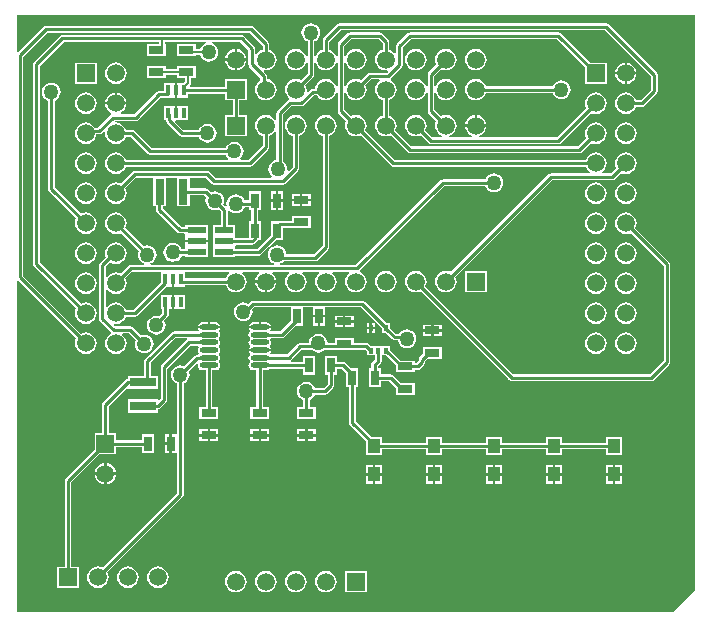
<source format=gtl>
G04*
G04 #@! TF.GenerationSoftware,Altium Limited,Altium Designer,19.0.12 (326)*
G04*
G04 Layer_Physical_Order=1*
G04 Layer_Color=255*
%FSLAX25Y25*%
%MOIN*%
G70*
G01*
G75*
%ADD10C,0.01000*%
%ADD12C,0.00800*%
%ADD16R,0.05118X0.02756*%
%ADD17R,0.08661X0.03150*%
%ADD18R,0.02756X0.05118*%
%ADD19R,0.03937X0.05118*%
%ADD20R,0.01575X0.01968*%
%ADD21R,0.01575X0.03622*%
%ADD22O,0.06299X0.01772*%
%ADD23R,0.06200X0.02200*%
%ADD24R,0.03150X0.08661*%
%ADD38C,0.05906*%
%ADD39R,0.05906X0.05906*%
%ADD40R,0.05906X0.05906*%
%ADD41C,0.05000*%
G36*
X227500Y9167D02*
X226803Y8466D01*
X220207Y1870D01*
X219508Y1871D01*
X219383Y1996D01*
X1529D01*
X1529Y112177D01*
X2029Y112384D01*
X21316Y93098D01*
X21039Y92427D01*
X20917Y91500D01*
X21039Y90573D01*
X21397Y89708D01*
X21966Y88966D01*
X22708Y88397D01*
X23573Y88039D01*
X24500Y87917D01*
X25427Y88039D01*
X26292Y88397D01*
X27034Y88966D01*
X27603Y89708D01*
X27961Y90573D01*
X28083Y91500D01*
X27961Y92427D01*
X27603Y93292D01*
X27034Y94034D01*
X26292Y94603D01*
X25427Y94961D01*
X24500Y95083D01*
X23573Y94961D01*
X22902Y94684D01*
X3621Y113965D01*
Y187035D01*
X11550Y194964D01*
X79121D01*
X83378Y190707D01*
Y189381D01*
X82708Y189103D01*
X81966Y188534D01*
X81402Y187799D01*
X81379Y187796D01*
X80902Y187905D01*
Y189719D01*
X80902Y189719D01*
X80817Y190148D01*
X80574Y190512D01*
X80574Y190512D01*
X77207Y193879D01*
X76843Y194122D01*
X76414Y194207D01*
X76414Y194207D01*
X16586D01*
X16586Y194207D01*
X16157Y194122D01*
X15793Y193879D01*
X7207Y185293D01*
X6964Y184929D01*
X6878Y184500D01*
X6878Y184500D01*
Y118000D01*
X6878Y118000D01*
X6964Y117571D01*
X7207Y117207D01*
X21316Y103098D01*
X21039Y102427D01*
X20917Y101500D01*
X21039Y100573D01*
X21397Y99708D01*
X21966Y98966D01*
X22708Y98397D01*
X23573Y98039D01*
X24500Y97917D01*
X25427Y98039D01*
X26292Y98397D01*
X27034Y98966D01*
X27603Y99708D01*
X27961Y100573D01*
X28083Y101500D01*
X27961Y102427D01*
X27603Y103292D01*
X27034Y104034D01*
X26292Y104603D01*
X25427Y104961D01*
X24500Y105083D01*
X23573Y104961D01*
X22902Y104684D01*
X9122Y118465D01*
Y184035D01*
X17050Y191964D01*
X48980D01*
Y191218D01*
X44841D01*
Y187262D01*
X51159D01*
Y191218D01*
X51020D01*
Y191964D01*
X64456D01*
X64556Y191464D01*
X63937Y191208D01*
X63289Y190711D01*
X62792Y190063D01*
X62567Y189520D01*
X61159D01*
Y191218D01*
X54841D01*
Y187262D01*
X61159D01*
Y187480D01*
X62567D01*
X62792Y186937D01*
X63289Y186289D01*
X63937Y185792D01*
X64691Y185480D01*
X65500Y185373D01*
X66309Y185480D01*
X67063Y185792D01*
X67711Y186289D01*
X68208Y186937D01*
X68520Y187691D01*
X68627Y188500D01*
X68520Y189309D01*
X68208Y190063D01*
X67711Y190711D01*
X67063Y191208D01*
X66444Y191464D01*
X66544Y191964D01*
X75950D01*
X78659Y189255D01*
Y184422D01*
X78659Y184422D01*
X78745Y183993D01*
X78988Y183629D01*
X82629Y179988D01*
Y179042D01*
X81966Y178534D01*
X81397Y177792D01*
X81039Y176927D01*
X80917Y176000D01*
X81039Y175073D01*
X81397Y174208D01*
X81966Y173466D01*
X82708Y172897D01*
X83573Y172539D01*
X84500Y172417D01*
X85427Y172539D01*
X86292Y172897D01*
X87034Y173466D01*
X87603Y174208D01*
X87961Y175073D01*
X88083Y176000D01*
X87961Y176927D01*
X87603Y177792D01*
X87034Y178534D01*
X86292Y179103D01*
X85427Y179461D01*
X84872Y179534D01*
Y180453D01*
X84872Y180453D01*
X84786Y180882D01*
X84543Y181246D01*
X83782Y182007D01*
X84016Y182480D01*
X84500Y182417D01*
X85427Y182539D01*
X86292Y182897D01*
X87034Y183466D01*
X87603Y184208D01*
X87961Y185073D01*
X88083Y186000D01*
X87961Y186927D01*
X87603Y187792D01*
X87034Y188534D01*
X86292Y189103D01*
X85622Y189381D01*
Y191172D01*
X85536Y191601D01*
X85293Y191965D01*
X85293Y191965D01*
X80379Y196879D01*
X80015Y197122D01*
X79586Y197207D01*
X79586Y197207D01*
X11086D01*
X11086Y197207D01*
X10657Y197122D01*
X10293Y196879D01*
X2029Y188616D01*
X1529Y188823D01*
Y200971D01*
X227500D01*
Y9167D01*
D02*
G37*
%LPC*%
G36*
X74900Y189531D02*
Y186400D01*
X78031D01*
X77961Y186927D01*
X77603Y187792D01*
X77034Y188534D01*
X76292Y189103D01*
X75427Y189461D01*
X74900Y189531D01*
D02*
G37*
G36*
X74100D02*
X73573Y189461D01*
X72708Y189103D01*
X71966Y188534D01*
X71397Y187792D01*
X71039Y186927D01*
X70969Y186400D01*
X74100D01*
Y189531D01*
D02*
G37*
G36*
X61159Y183738D02*
X54841D01*
Y182779D01*
X51159D01*
Y183738D01*
X44841D01*
Y179782D01*
X51159D01*
Y180740D01*
X54841D01*
Y179782D01*
X57558D01*
Y178705D01*
X57004Y178151D01*
X54900D01*
Y175740D01*
Y173329D01*
X58447D01*
Y174619D01*
X70947D01*
Y172447D01*
X73378D01*
Y167553D01*
X70947D01*
Y160447D01*
X78053D01*
Y167553D01*
X75622D01*
Y172447D01*
X78053D01*
Y179553D01*
X70947D01*
Y176862D01*
X59252D01*
X59061Y177324D01*
X59299Y177562D01*
X59520Y177892D01*
X59597Y178283D01*
Y179782D01*
X61159D01*
Y183738D01*
D02*
G37*
G36*
X78031Y185600D02*
X74900D01*
Y182469D01*
X75427Y182539D01*
X76292Y182897D01*
X77034Y183466D01*
X77603Y184208D01*
X77961Y185073D01*
X78031Y185600D01*
D02*
G37*
G36*
X74100D02*
X70969D01*
X71039Y185073D01*
X71397Y184208D01*
X71966Y183466D01*
X72708Y182897D01*
X73573Y182539D01*
X74100Y182469D01*
Y185600D01*
D02*
G37*
G36*
X154500Y189583D02*
X153573Y189461D01*
X152708Y189103D01*
X151966Y188534D01*
X151397Y187792D01*
X151039Y186927D01*
X150917Y186000D01*
X151039Y185073D01*
X151397Y184208D01*
X151966Y183466D01*
X152708Y182897D01*
X153573Y182539D01*
X154500Y182417D01*
X155427Y182539D01*
X156292Y182897D01*
X157034Y183466D01*
X157603Y184208D01*
X157961Y185073D01*
X158083Y186000D01*
X157961Y186927D01*
X157603Y187792D01*
X157034Y188534D01*
X156292Y189103D01*
X155427Y189461D01*
X154500Y189583D01*
D02*
G37*
G36*
X144500D02*
X143573Y189461D01*
X142708Y189103D01*
X141966Y188534D01*
X141397Y187792D01*
X141039Y186927D01*
X140917Y186000D01*
X141039Y185073D01*
X141316Y184402D01*
X138707Y181793D01*
X138464Y181429D01*
X138378Y181000D01*
X138378Y181000D01*
Y177227D01*
X137878Y177128D01*
X137603Y177792D01*
X137034Y178534D01*
X136292Y179103D01*
X135427Y179461D01*
X134500Y179583D01*
X133573Y179461D01*
X132708Y179103D01*
X131966Y178534D01*
X131397Y177792D01*
X131039Y176927D01*
X130917Y176000D01*
X131039Y175073D01*
X131397Y174208D01*
X131966Y173466D01*
X132708Y172897D01*
X133573Y172539D01*
X134500Y172417D01*
X135427Y172539D01*
X136292Y172897D01*
X137034Y173466D01*
X137603Y174208D01*
X137878Y174873D01*
X138378Y174773D01*
Y169000D01*
X138378Y169000D01*
X138464Y168571D01*
X138707Y168207D01*
X141316Y165598D01*
X141039Y164927D01*
X140917Y164000D01*
X141039Y163073D01*
X141397Y162208D01*
X141966Y161466D01*
X142708Y160897D01*
X143372Y160622D01*
X143273Y160122D01*
X139965D01*
X137684Y162402D01*
X137961Y163073D01*
X138083Y164000D01*
X137961Y164927D01*
X137603Y165792D01*
X137034Y166534D01*
X136292Y167103D01*
X135427Y167461D01*
X134500Y167583D01*
X133573Y167461D01*
X132708Y167103D01*
X131966Y166534D01*
X131397Y165792D01*
X131039Y164927D01*
X130917Y164000D01*
X131039Y163073D01*
X131397Y162208D01*
X131966Y161466D01*
X132708Y160897D01*
X133573Y160539D01*
X134500Y160417D01*
X135427Y160539D01*
X136098Y160816D01*
X138707Y158207D01*
X138707Y158207D01*
X139071Y157964D01*
X139500Y157878D01*
X139500Y157878D01*
X182000D01*
X182000Y157878D01*
X182429Y157964D01*
X182793Y158207D01*
X192902Y168316D01*
X193573Y168039D01*
X194500Y167917D01*
X195427Y168039D01*
X196292Y168397D01*
X197034Y168966D01*
X197603Y169708D01*
X197961Y170573D01*
X198083Y171500D01*
X197961Y172427D01*
X197603Y173292D01*
X197034Y174034D01*
X196292Y174603D01*
X195427Y174961D01*
X194500Y175083D01*
X193573Y174961D01*
X192708Y174603D01*
X191966Y174034D01*
X191397Y173292D01*
X191039Y172427D01*
X190917Y171500D01*
X191039Y170573D01*
X191316Y169902D01*
X181535Y160122D01*
X155727D01*
X155628Y160622D01*
X156292Y160897D01*
X157034Y161466D01*
X157603Y162208D01*
X157961Y163073D01*
X158031Y163600D01*
X150969D01*
X151039Y163073D01*
X151397Y162208D01*
X151966Y161466D01*
X152708Y160897D01*
X153373Y160622D01*
X153273Y160122D01*
X145727D01*
X145627Y160622D01*
X146292Y160897D01*
X147034Y161466D01*
X147603Y162208D01*
X147961Y163073D01*
X148083Y164000D01*
X147961Y164927D01*
X147603Y165792D01*
X147034Y166534D01*
X146292Y167103D01*
X145427Y167461D01*
X144500Y167583D01*
X143573Y167461D01*
X142902Y167184D01*
X140622Y169465D01*
Y174773D01*
X141122Y174873D01*
X141397Y174208D01*
X141966Y173466D01*
X142708Y172897D01*
X143573Y172539D01*
X144500Y172417D01*
X145427Y172539D01*
X146292Y172897D01*
X147034Y173466D01*
X147603Y174208D01*
X147961Y175073D01*
X148083Y176000D01*
X147961Y176927D01*
X147603Y177792D01*
X147034Y178534D01*
X146292Y179103D01*
X145427Y179461D01*
X144500Y179583D01*
X143573Y179461D01*
X142708Y179103D01*
X141966Y178534D01*
X141397Y177792D01*
X141122Y177128D01*
X140622Y177227D01*
Y180535D01*
X142902Y182816D01*
X143573Y182539D01*
X144500Y182417D01*
X145427Y182539D01*
X146292Y182897D01*
X147034Y183466D01*
X147603Y184208D01*
X147961Y185073D01*
X148083Y186000D01*
X147961Y186927D01*
X147603Y187792D01*
X147034Y188534D01*
X146292Y189103D01*
X145427Y189461D01*
X144500Y189583D01*
D02*
G37*
G36*
X134500D02*
X133573Y189461D01*
X132708Y189103D01*
X131966Y188534D01*
X131397Y187792D01*
X131039Y186927D01*
X130917Y186000D01*
X131039Y185073D01*
X131397Y184208D01*
X131966Y183466D01*
X132708Y182897D01*
X133573Y182539D01*
X134500Y182417D01*
X135427Y182539D01*
X136292Y182897D01*
X137034Y183466D01*
X137603Y184208D01*
X137961Y185073D01*
X138083Y186000D01*
X137961Y186927D01*
X137603Y187792D01*
X137034Y188534D01*
X136292Y189103D01*
X135427Y189461D01*
X134500Y189583D01*
D02*
G37*
G36*
X204900Y185031D02*
Y181900D01*
X208031D01*
X207961Y182427D01*
X207603Y183292D01*
X207034Y184034D01*
X206292Y184603D01*
X205427Y184961D01*
X204900Y185031D01*
D02*
G37*
G36*
X204100D02*
X203573Y184961D01*
X202708Y184603D01*
X201966Y184034D01*
X201397Y183292D01*
X201039Y182427D01*
X200969Y181900D01*
X204100D01*
Y185031D01*
D02*
G37*
G36*
X208031Y181100D02*
X204900D01*
Y177969D01*
X205427Y178039D01*
X206292Y178397D01*
X207034Y178966D01*
X207603Y179708D01*
X207961Y180573D01*
X208031Y181100D01*
D02*
G37*
G36*
X204100D02*
X200969D01*
X201039Y180573D01*
X201397Y179708D01*
X201966Y178966D01*
X202708Y178397D01*
X203573Y178039D01*
X204100Y177969D01*
Y181100D01*
D02*
G37*
G36*
X28053Y185053D02*
X20947D01*
Y177947D01*
X28053D01*
Y185053D01*
D02*
G37*
G36*
X34500Y185083D02*
X33573Y184961D01*
X32708Y184603D01*
X31966Y184034D01*
X31397Y183292D01*
X31039Y182427D01*
X30917Y181500D01*
X31039Y180573D01*
X31397Y179708D01*
X31966Y178966D01*
X32708Y178397D01*
X33573Y178039D01*
X34500Y177917D01*
X35427Y178039D01*
X36292Y178397D01*
X37034Y178966D01*
X37603Y179708D01*
X37961Y180573D01*
X38083Y181500D01*
X37961Y182427D01*
X37603Y183292D01*
X37034Y184034D01*
X36292Y184603D01*
X35427Y184961D01*
X34500Y185083D01*
D02*
G37*
G36*
X154500Y179583D02*
X153573Y179461D01*
X152708Y179103D01*
X151966Y178534D01*
X151397Y177792D01*
X151039Y176927D01*
X150917Y176000D01*
X151039Y175073D01*
X151397Y174208D01*
X151966Y173466D01*
X152708Y172897D01*
X153573Y172539D01*
X154500Y172417D01*
X155427Y172539D01*
X156292Y172897D01*
X157034Y173466D01*
X157603Y174208D01*
X157881Y174878D01*
X180109D01*
X180292Y174437D01*
X180789Y173789D01*
X181437Y173292D01*
X182191Y172980D01*
X183000Y172873D01*
X183809Y172980D01*
X184563Y173292D01*
X185211Y173789D01*
X185708Y174437D01*
X186020Y175191D01*
X186127Y176000D01*
X186020Y176809D01*
X185708Y177563D01*
X185211Y178211D01*
X184563Y178708D01*
X183809Y179020D01*
X183000Y179127D01*
X182191Y179020D01*
X181437Y178708D01*
X180789Y178211D01*
X180292Y177563D01*
X180109Y177122D01*
X157881D01*
X157603Y177792D01*
X157034Y178534D01*
X156292Y179103D01*
X155427Y179461D01*
X154500Y179583D01*
D02*
G37*
G36*
X99500Y198127D02*
X98691Y198020D01*
X97937Y197708D01*
X97289Y197211D01*
X96792Y196563D01*
X96480Y195809D01*
X96373Y195000D01*
X96480Y194191D01*
X96792Y193437D01*
X97289Y192789D01*
X97937Y192292D01*
X98378Y192109D01*
Y187227D01*
X97878Y187127D01*
X97603Y187792D01*
X97034Y188534D01*
X96292Y189103D01*
X95427Y189461D01*
X94500Y189583D01*
X93573Y189461D01*
X92708Y189103D01*
X91966Y188534D01*
X91397Y187792D01*
X91039Y186927D01*
X90917Y186000D01*
X91039Y185073D01*
X91397Y184208D01*
X91966Y183466D01*
X92708Y182897D01*
X93573Y182539D01*
X94500Y182417D01*
X95427Y182539D01*
X96292Y182897D01*
X97034Y183466D01*
X97603Y184208D01*
X97878Y184872D01*
X98378Y184773D01*
Y181465D01*
X96098Y179184D01*
X95427Y179461D01*
X94500Y179583D01*
X93573Y179461D01*
X92708Y179103D01*
X91966Y178534D01*
X91397Y177792D01*
X91039Y176927D01*
X90917Y176000D01*
X91039Y175073D01*
X91397Y174208D01*
X91966Y173466D01*
X92372Y173155D01*
X92375Y173107D01*
X92229Y172634D01*
X91976Y172583D01*
X91612Y172340D01*
X91612Y172340D01*
X88325Y169053D01*
X88082Y168689D01*
X87997Y168260D01*
X87997Y168260D01*
Y166101D01*
X87497Y165931D01*
X87034Y166534D01*
X86292Y167103D01*
X85427Y167461D01*
X84500Y167583D01*
X83573Y167461D01*
X82708Y167103D01*
X81966Y166534D01*
X81397Y165792D01*
X81039Y164927D01*
X80917Y164000D01*
X81039Y163073D01*
X81397Y162208D01*
X81966Y161466D01*
X82708Y160897D01*
X83378Y160619D01*
Y157293D01*
X78707Y152622D01*
X76162D01*
X75993Y153122D01*
X76211Y153289D01*
X76708Y153937D01*
X77020Y154691D01*
X77127Y155500D01*
X77020Y156309D01*
X76708Y157063D01*
X76211Y157711D01*
X75563Y158208D01*
X74809Y158520D01*
X74000Y158627D01*
X73191Y158520D01*
X72437Y158208D01*
X71789Y157711D01*
X71292Y157063D01*
X71109Y156622D01*
X46465D01*
X40793Y162293D01*
X40429Y162536D01*
X40000Y162622D01*
X40000Y162622D01*
X37881D01*
X37603Y163292D01*
X37034Y164034D01*
X36292Y164603D01*
X35427Y164961D01*
X34553Y165076D01*
X34424Y165234D01*
X34262Y165557D01*
X34288Y165598D01*
X41144D01*
X41144Y165598D01*
X41574Y165683D01*
X41938Y165926D01*
X49319Y173308D01*
X51653D01*
X51653Y173308D01*
X51762Y173329D01*
X54100D01*
Y175740D01*
Y178151D01*
X50554D01*
Y175551D01*
X48854D01*
X48854Y175551D01*
X48425Y175465D01*
X48061Y175222D01*
X48061Y175222D01*
X40680Y167841D01*
X36256D01*
X36157Y168341D01*
X36292Y168397D01*
X37034Y168966D01*
X37603Y169708D01*
X37961Y170573D01*
X38031Y171100D01*
X34500D01*
X30969D01*
X31039Y170573D01*
X31397Y169708D01*
X31966Y168966D01*
X32708Y168397D01*
X33015Y168270D01*
X32997Y167844D01*
X32976Y167744D01*
X32629Y167512D01*
X28488Y163372D01*
X27542D01*
X27034Y164034D01*
X26292Y164603D01*
X25427Y164961D01*
X24500Y165083D01*
X23573Y164961D01*
X22708Y164603D01*
X21966Y164034D01*
X21397Y163292D01*
X21039Y162427D01*
X20917Y161500D01*
X21039Y160573D01*
X21397Y159708D01*
X21966Y158966D01*
X22708Y158397D01*
X23573Y158039D01*
X24500Y157917D01*
X25427Y158039D01*
X26292Y158397D01*
X27034Y158966D01*
X27603Y159708D01*
X27961Y160573D01*
X28034Y161128D01*
X28953D01*
X28953Y161128D01*
X29382Y161214D01*
X29746Y161457D01*
X30507Y162218D01*
X30980Y161984D01*
X30917Y161500D01*
X31039Y160573D01*
X31397Y159708D01*
X31966Y158966D01*
X32708Y158397D01*
X33573Y158039D01*
X34500Y157917D01*
X35427Y158039D01*
X36292Y158397D01*
X37034Y158966D01*
X37603Y159708D01*
X37881Y160378D01*
X39535D01*
X45207Y154707D01*
X45207Y154707D01*
X45571Y154464D01*
X46000Y154378D01*
X46000Y154378D01*
X71109D01*
X71292Y153937D01*
X71789Y153289D01*
X72007Y153122D01*
X71838Y152622D01*
X37881D01*
X37603Y153292D01*
X37034Y154034D01*
X36292Y154603D01*
X35427Y154961D01*
X34500Y155083D01*
X33573Y154961D01*
X32708Y154603D01*
X31966Y154034D01*
X31397Y153292D01*
X31039Y152427D01*
X30917Y151500D01*
X31039Y150573D01*
X31397Y149708D01*
X31966Y148966D01*
X32708Y148397D01*
X33573Y148039D01*
X34500Y147917D01*
X35427Y148039D01*
X36292Y148397D01*
X37034Y148966D01*
X37603Y149708D01*
X37881Y150378D01*
X79172D01*
X79172Y150378D01*
X79601Y150464D01*
X79965Y150707D01*
X85293Y156035D01*
X85293Y156035D01*
X85536Y156399D01*
X85622Y156828D01*
Y160619D01*
X86292Y160897D01*
X87034Y161466D01*
X87497Y162069D01*
X87997Y161899D01*
Y152560D01*
X87691Y152520D01*
X86937Y152208D01*
X86289Y151711D01*
X85792Y151063D01*
X85480Y150309D01*
X85373Y149500D01*
X85480Y148691D01*
X85792Y147937D01*
X86289Y147289D01*
X86507Y147122D01*
X86338Y146622D01*
X67787D01*
X65785Y148624D01*
X65421Y148867D01*
X64992Y148952D01*
X64992Y148952D01*
X40831D01*
X40831Y148952D01*
X40402Y148867D01*
X40038Y148624D01*
X40038Y148624D01*
X36098Y144684D01*
X35427Y144961D01*
X34500Y145083D01*
X33573Y144961D01*
X32708Y144603D01*
X31966Y144034D01*
X31397Y143292D01*
X31039Y142427D01*
X30917Y141500D01*
X31039Y140573D01*
X31397Y139708D01*
X31966Y138966D01*
X32708Y138397D01*
X33573Y138039D01*
X34500Y137917D01*
X35427Y138039D01*
X36292Y138397D01*
X37034Y138966D01*
X37603Y139708D01*
X37961Y140573D01*
X38083Y141500D01*
X37961Y142427D01*
X37684Y143098D01*
X41295Y146709D01*
X46888D01*
Y137069D01*
X47878D01*
Y136000D01*
X47878Y136000D01*
X47964Y135571D01*
X48207Y135207D01*
X54967Y128447D01*
X54967Y128447D01*
X55331Y128204D01*
X55760Y128119D01*
X57346D01*
X57700Y127765D01*
X57700Y127200D01*
X57700Y127040D01*
Y125900D01*
X65100D01*
Y127040D01*
X65100Y127540D01*
X65100Y127700D01*
Y130940D01*
X57700D01*
Y130362D01*
X56225D01*
X50122Y136465D01*
Y137069D01*
X51238D01*
Y146709D01*
X54762D01*
Y137069D01*
X59112D01*
Y140878D01*
X64035D01*
X64663Y140251D01*
X64480Y139809D01*
X64373Y139000D01*
X64480Y138191D01*
X64792Y137437D01*
X65289Y136789D01*
X65937Y136292D01*
X66691Y135980D01*
X67500Y135873D01*
X68309Y135980D01*
X68751Y136163D01*
X69478Y135435D01*
Y130940D01*
X66900D01*
Y127700D01*
X66900Y127200D01*
X66900Y127040D01*
Y123960D01*
X66900Y123460D01*
X66900Y123300D01*
Y120060D01*
X74300D01*
Y120638D01*
X82078D01*
X82078Y120638D01*
X82507Y120724D01*
X82871Y120967D01*
X85345Y123440D01*
X85655Y123648D01*
X87848Y125841D01*
X90218D01*
Y129938D01*
X93091D01*
Y129782D01*
X99409D01*
Y133738D01*
X93091D01*
Y132181D01*
X89118D01*
X89010Y132159D01*
X86262D01*
Y127427D01*
X84277Y125442D01*
X83966Y125234D01*
X83966Y125234D01*
X81614Y122881D01*
X74654D01*
X74300Y123235D01*
X74300Y123800D01*
Y123878D01*
X74497Y124378D01*
X79882D01*
X79882Y124378D01*
X80311Y124464D01*
X80675Y124707D01*
X81553Y125585D01*
X81553Y125585D01*
X81724Y125841D01*
X82738D01*
Y132159D01*
X81881D01*
Y135841D01*
X82738D01*
Y142159D01*
X78782D01*
Y139122D01*
X77391D01*
X77208Y139563D01*
X76711Y140211D01*
X76063Y140708D01*
X75309Y141020D01*
X74500Y141127D01*
X73691Y141020D01*
X72937Y140708D01*
X72289Y140211D01*
X71792Y139563D01*
X71480Y138809D01*
X71373Y138000D01*
X71461Y137332D01*
X71016Y137070D01*
X70337Y137749D01*
X70520Y138191D01*
X70627Y139000D01*
X70520Y139809D01*
X70208Y140563D01*
X69711Y141211D01*
X69063Y141708D01*
X68309Y142020D01*
X67500Y142127D01*
X66691Y142020D01*
X66249Y141837D01*
X65293Y142793D01*
X64929Y143036D01*
X64500Y143122D01*
X64500Y143122D01*
X59112D01*
Y146709D01*
X64528D01*
X66530Y144707D01*
X66530Y144707D01*
X66894Y144464D01*
X67323Y144378D01*
X67323Y144378D01*
X90157D01*
X90157Y144378D01*
X90586Y144464D01*
X90950Y144707D01*
X95293Y149050D01*
X95293Y149050D01*
X95536Y149414D01*
X95622Y149843D01*
X95622Y149843D01*
Y160619D01*
X96292Y160897D01*
X97034Y161466D01*
X97603Y162208D01*
X97961Y163073D01*
X98083Y164000D01*
X97961Y164927D01*
X97603Y165792D01*
X97034Y166534D01*
X96292Y167103D01*
X95427Y167461D01*
X94500Y167583D01*
X93573Y167461D01*
X92708Y167103D01*
X91966Y166534D01*
X91397Y165792D01*
X91039Y164927D01*
X90917Y164000D01*
X91039Y163073D01*
X91397Y162208D01*
X91966Y161466D01*
X92708Y160897D01*
X93378Y160619D01*
Y150308D01*
X92064Y148994D01*
X91591Y149227D01*
X91627Y149500D01*
X91520Y150309D01*
X91208Y151063D01*
X90711Y151711D01*
X90240Y152073D01*
Y167795D01*
X92870Y170426D01*
X96344D01*
X96344Y170426D01*
X96774Y170511D01*
X97137Y170754D01*
X100512Y174128D01*
X101458D01*
X101966Y173466D01*
X102708Y172897D01*
X103573Y172539D01*
X104500Y172417D01*
X105427Y172539D01*
X106292Y172897D01*
X107034Y173466D01*
X107603Y174208D01*
X107878Y174873D01*
X108378Y174773D01*
Y169000D01*
X108378Y169000D01*
X108464Y168571D01*
X108707Y168207D01*
X111316Y165598D01*
X111039Y164927D01*
X110917Y164000D01*
X111039Y163073D01*
X111397Y162208D01*
X111966Y161466D01*
X112708Y160897D01*
X113573Y160539D01*
X114500Y160417D01*
X115427Y160539D01*
X116098Y160816D01*
X126207Y150707D01*
X126571Y150464D01*
X127000Y150378D01*
X127000Y150378D01*
X191119D01*
X191397Y149708D01*
X191966Y148966D01*
X192415Y148622D01*
X192245Y148122D01*
X179500D01*
X179071Y148036D01*
X178707Y147793D01*
X178707Y147793D01*
X146098Y115184D01*
X145427Y115461D01*
X144500Y115583D01*
X143573Y115461D01*
X142708Y115103D01*
X141966Y114534D01*
X141397Y113792D01*
X141039Y112927D01*
X140917Y112000D01*
X141039Y111073D01*
X141397Y110208D01*
X141966Y109466D01*
X142708Y108897D01*
X143573Y108539D01*
X144500Y108417D01*
X145427Y108539D01*
X146292Y108897D01*
X147034Y109466D01*
X147603Y110208D01*
X147961Y111073D01*
X148083Y112000D01*
X147961Y112927D01*
X147684Y113598D01*
X179965Y145878D01*
X200000D01*
X200000Y145878D01*
X200429Y145964D01*
X200793Y146207D01*
X202902Y148316D01*
X203573Y148039D01*
X204500Y147917D01*
X205427Y148039D01*
X206292Y148397D01*
X207034Y148966D01*
X207603Y149708D01*
X207961Y150573D01*
X208083Y151500D01*
X207961Y152427D01*
X207603Y153292D01*
X207034Y154034D01*
X206292Y154603D01*
X205427Y154961D01*
X204500Y155083D01*
X203573Y154961D01*
X202708Y154603D01*
X201966Y154034D01*
X201397Y153292D01*
X201039Y152427D01*
X200917Y151500D01*
X201039Y150573D01*
X201316Y149902D01*
X199535Y148122D01*
X196755D01*
X196585Y148622D01*
X197034Y148966D01*
X197603Y149708D01*
X197961Y150573D01*
X198083Y151500D01*
X197961Y152427D01*
X197603Y153292D01*
X197034Y154034D01*
X196292Y154603D01*
X195427Y154961D01*
X194500Y155083D01*
X193573Y154961D01*
X192708Y154603D01*
X191966Y154034D01*
X191397Y153292D01*
X191119Y152622D01*
X127465D01*
X117684Y162402D01*
X117961Y163073D01*
X118083Y164000D01*
X117961Y164927D01*
X117603Y165792D01*
X117034Y166534D01*
X116292Y167103D01*
X115427Y167461D01*
X114500Y167583D01*
X113573Y167461D01*
X112902Y167184D01*
X110622Y169465D01*
Y174773D01*
X111122Y174873D01*
X111397Y174208D01*
X111966Y173466D01*
X112708Y172897D01*
X113573Y172539D01*
X114500Y172417D01*
X115427Y172539D01*
X116292Y172897D01*
X117034Y173466D01*
X117603Y174208D01*
X117961Y175073D01*
X118083Y176000D01*
X117961Y176927D01*
X117684Y177598D01*
X119512Y179426D01*
X122307D01*
X122477Y178926D01*
X121966Y178534D01*
X121397Y177792D01*
X121039Y176927D01*
X120917Y176000D01*
X121039Y175073D01*
X121397Y174208D01*
X121966Y173466D01*
X122708Y172897D01*
X123378Y172619D01*
Y167381D01*
X122708Y167103D01*
X121966Y166534D01*
X121397Y165792D01*
X121039Y164927D01*
X120917Y164000D01*
X121039Y163073D01*
X121397Y162208D01*
X121966Y161466D01*
X122708Y160897D01*
X123573Y160539D01*
X124500Y160417D01*
X125427Y160539D01*
X126098Y160816D01*
X131707Y155207D01*
X131707Y155207D01*
X132071Y154964D01*
X132500Y154878D01*
X132500Y154878D01*
X189000D01*
X189000Y154878D01*
X189429Y154964D01*
X189793Y155207D01*
X192902Y158316D01*
X193573Y158039D01*
X194500Y157917D01*
X195427Y158039D01*
X196292Y158397D01*
X197034Y158966D01*
X197603Y159708D01*
X197961Y160573D01*
X198083Y161500D01*
X197961Y162427D01*
X197603Y163292D01*
X197034Y164034D01*
X196292Y164603D01*
X195427Y164961D01*
X194500Y165083D01*
X193573Y164961D01*
X192708Y164603D01*
X191966Y164034D01*
X191397Y163292D01*
X191039Y162427D01*
X190917Y161500D01*
X191039Y160573D01*
X191316Y159902D01*
X188535Y157122D01*
X132965D01*
X127684Y162402D01*
X127961Y163073D01*
X128083Y164000D01*
X127961Y164927D01*
X127603Y165792D01*
X127034Y166534D01*
X126292Y167103D01*
X125622Y167381D01*
Y172619D01*
X126292Y172897D01*
X127034Y173466D01*
X127603Y174208D01*
X127961Y175073D01*
X128083Y176000D01*
X127961Y176927D01*
X127603Y177792D01*
X127034Y178534D01*
X126292Y179103D01*
X126151Y179162D01*
X126095Y179726D01*
X126137Y179754D01*
X129746Y183362D01*
X129746Y183363D01*
X129989Y183726D01*
X130074Y184156D01*
X130074Y184156D01*
Y189988D01*
X132965Y192878D01*
X181535D01*
X190947Y183467D01*
Y177947D01*
X198053D01*
Y185053D01*
X192533D01*
X182793Y194793D01*
X182429Y195036D01*
X182000Y195122D01*
X182000Y195122D01*
X132500D01*
X132071Y195036D01*
X131707Y194793D01*
X131707Y194793D01*
X128160Y191246D01*
X127917Y190882D01*
X127831Y190453D01*
X127831Y190453D01*
Y188316D01*
X127331Y188146D01*
X127034Y188534D01*
X126292Y189103D01*
X125622Y189381D01*
Y192000D01*
X125622Y192000D01*
X125536Y192429D01*
X125293Y192793D01*
X125293Y192793D01*
X123293Y194793D01*
X122929Y195036D01*
X122500Y195122D01*
X122500Y195122D01*
X112500D01*
X112500Y195122D01*
X112071Y195036D01*
X111707Y194793D01*
X108707Y191793D01*
X108464Y191429D01*
X108378Y191000D01*
X108378Y191000D01*
Y187227D01*
X107878Y187127D01*
X107603Y187792D01*
X107034Y188534D01*
X106292Y189103D01*
X105622Y189381D01*
Y192035D01*
X109465Y195878D01*
X197535D01*
X212878Y180535D01*
Y175965D01*
X209450Y172536D01*
X209430D01*
X209429Y172536D01*
X209000Y172622D01*
X209000Y172622D01*
X207881D01*
X207603Y173292D01*
X207034Y174034D01*
X206292Y174603D01*
X205427Y174961D01*
X204500Y175083D01*
X203573Y174961D01*
X202708Y174603D01*
X201966Y174034D01*
X201397Y173292D01*
X201039Y172427D01*
X200917Y171500D01*
X201039Y170573D01*
X201397Y169708D01*
X201966Y168966D01*
X202708Y168397D01*
X203573Y168039D01*
X204500Y167917D01*
X205427Y168039D01*
X206292Y168397D01*
X207034Y168966D01*
X207603Y169708D01*
X207881Y170378D01*
X208656D01*
X208657Y170378D01*
X209086Y170293D01*
X209086Y170293D01*
X209914D01*
X209914Y170293D01*
X210343Y170378D01*
X210707Y170621D01*
X214793Y174707D01*
X215036Y175071D01*
X215122Y175500D01*
X215122Y175500D01*
Y181000D01*
X215122Y181000D01*
X215036Y181429D01*
X214793Y181793D01*
X214793Y181793D01*
X198793Y197793D01*
X198429Y198036D01*
X198000Y198122D01*
X198000Y198122D01*
X109000D01*
X109000Y198122D01*
X108571Y198036D01*
X108207Y197793D01*
X108207Y197793D01*
X103707Y193293D01*
X103464Y192929D01*
X103378Y192500D01*
X103378Y192500D01*
Y189381D01*
X102708Y189103D01*
X101966Y188534D01*
X101397Y187792D01*
X101122Y187127D01*
X100622Y187227D01*
Y192109D01*
X101063Y192292D01*
X101711Y192789D01*
X102208Y193437D01*
X102520Y194191D01*
X102627Y195000D01*
X102520Y195809D01*
X102208Y196563D01*
X101711Y197211D01*
X101063Y197708D01*
X100309Y198020D01*
X99500Y198127D01*
D02*
G37*
G36*
X34900Y175031D02*
Y171900D01*
X38031D01*
X37961Y172427D01*
X37603Y173292D01*
X37034Y174034D01*
X36292Y174603D01*
X35427Y174961D01*
X34900Y175031D01*
D02*
G37*
G36*
X34100D02*
X33573Y174961D01*
X32708Y174603D01*
X31966Y174034D01*
X31397Y173292D01*
X31039Y172427D01*
X30969Y171900D01*
X34100D01*
Y175031D01*
D02*
G37*
G36*
X58447Y170671D02*
X54900D01*
Y168260D01*
X54100D01*
Y170671D01*
X50554D01*
Y165849D01*
X50616D01*
X51091Y165828D01*
X51176Y165398D01*
X51420Y165034D01*
X55747Y160707D01*
X55747Y160707D01*
X56111Y160464D01*
X56540Y160378D01*
X56540Y160378D01*
X62109D01*
X62292Y159937D01*
X62789Y159289D01*
X63437Y158792D01*
X64191Y158480D01*
X65000Y158373D01*
X65809Y158480D01*
X66563Y158792D01*
X67211Y159289D01*
X67708Y159937D01*
X68020Y160691D01*
X68127Y161500D01*
X68020Y162309D01*
X67708Y163063D01*
X67211Y163711D01*
X66563Y164208D01*
X65809Y164520D01*
X65000Y164627D01*
X64191Y164520D01*
X63437Y164208D01*
X62789Y163711D01*
X62292Y163063D01*
X62109Y162622D01*
X57005D01*
X54239Y165387D01*
X54431Y165849D01*
X58447D01*
Y170671D01*
D02*
G37*
G36*
X24500Y175083D02*
X23573Y174961D01*
X22708Y174603D01*
X21966Y174034D01*
X21397Y173292D01*
X21039Y172427D01*
X20917Y171500D01*
X21039Y170573D01*
X21397Y169708D01*
X21966Y168966D01*
X22708Y168397D01*
X23573Y168039D01*
X24500Y167917D01*
X25427Y168039D01*
X26292Y168397D01*
X27034Y168966D01*
X27603Y169708D01*
X27961Y170573D01*
X28083Y171500D01*
X27961Y172427D01*
X27603Y173292D01*
X27034Y174034D01*
X26292Y174603D01*
X25427Y174961D01*
X24500Y175083D01*
D02*
G37*
G36*
X154900Y167531D02*
Y164400D01*
X158031D01*
X157961Y164927D01*
X157603Y165792D01*
X157034Y166534D01*
X156292Y167103D01*
X155427Y167461D01*
X154900Y167531D01*
D02*
G37*
G36*
X154100D02*
X153573Y167461D01*
X152708Y167103D01*
X151966Y166534D01*
X151397Y165792D01*
X151039Y164927D01*
X150969Y164400D01*
X154100D01*
Y167531D01*
D02*
G37*
G36*
X204500Y165083D02*
X203573Y164961D01*
X202708Y164603D01*
X201966Y164034D01*
X201397Y163292D01*
X201039Y162427D01*
X200917Y161500D01*
X201039Y160573D01*
X201397Y159708D01*
X201966Y158966D01*
X202708Y158397D01*
X203573Y158039D01*
X204500Y157917D01*
X205427Y158039D01*
X206292Y158397D01*
X207034Y158966D01*
X207603Y159708D01*
X207961Y160573D01*
X208083Y161500D01*
X207961Y162427D01*
X207603Y163292D01*
X207034Y164034D01*
X206292Y164603D01*
X205427Y164961D01*
X204500Y165083D01*
D02*
G37*
G36*
X24500Y155083D02*
X23573Y154961D01*
X22708Y154603D01*
X21966Y154034D01*
X21397Y153292D01*
X21039Y152427D01*
X20917Y151500D01*
X21039Y150573D01*
X21397Y149708D01*
X21966Y148966D01*
X22708Y148397D01*
X23573Y148039D01*
X24500Y147917D01*
X25427Y148039D01*
X26292Y148397D01*
X27034Y148966D01*
X27603Y149708D01*
X27961Y150573D01*
X28083Y151500D01*
X27961Y152427D01*
X27603Y153292D01*
X27034Y154034D01*
X26292Y154603D01*
X25427Y154961D01*
X24500Y155083D01*
D02*
G37*
G36*
X104500Y167583D02*
X103573Y167461D01*
X102708Y167103D01*
X101966Y166534D01*
X101397Y165792D01*
X101039Y164927D01*
X100917Y164000D01*
X101039Y163073D01*
X101397Y162208D01*
X101966Y161466D01*
X102708Y160897D01*
X103378Y160619D01*
Y123965D01*
X100535Y121122D01*
X91351D01*
X91260Y121809D01*
X90948Y122563D01*
X90451Y123211D01*
X89803Y123708D01*
X89049Y124020D01*
X88240Y124127D01*
X87431Y124020D01*
X86677Y123708D01*
X86029Y123211D01*
X85532Y122563D01*
X85220Y121809D01*
X85113Y121000D01*
X85220Y120191D01*
X85532Y119437D01*
X86029Y118789D01*
X86677Y118292D01*
X87203Y118074D01*
X87103Y117574D01*
X46137D01*
X46038Y118074D01*
X46563Y118292D01*
X47211Y118789D01*
X47708Y119437D01*
X48020Y120191D01*
X48127Y121000D01*
X48020Y121809D01*
X47708Y122563D01*
X47211Y123211D01*
X46563Y123708D01*
X45809Y124020D01*
X45000Y124127D01*
X44191Y124020D01*
X43749Y123837D01*
X37684Y129902D01*
X37961Y130573D01*
X38083Y131500D01*
X37961Y132427D01*
X37603Y133292D01*
X37034Y134034D01*
X36292Y134603D01*
X35427Y134961D01*
X34500Y135083D01*
X33573Y134961D01*
X32708Y134603D01*
X31966Y134034D01*
X31397Y133292D01*
X31039Y132427D01*
X30917Y131500D01*
X31039Y130573D01*
X31397Y129708D01*
X31966Y128966D01*
X32708Y128397D01*
X33573Y128039D01*
X34500Y127917D01*
X35427Y128039D01*
X36098Y128316D01*
X42163Y122251D01*
X41980Y121809D01*
X41873Y121000D01*
X41980Y120191D01*
X42292Y119437D01*
X42789Y118789D01*
X43437Y118292D01*
X43962Y118074D01*
X43863Y117574D01*
X39453D01*
X39453Y117574D01*
X39024Y117489D01*
X38660Y117246D01*
X36098Y114684D01*
X35427Y114961D01*
X34500Y115083D01*
X33573Y114961D01*
X32708Y114603D01*
X31966Y114034D01*
X31622Y113585D01*
X31122Y113754D01*
Y117035D01*
X32581Y118495D01*
X32708Y118397D01*
X33573Y118039D01*
X34500Y117917D01*
X35427Y118039D01*
X36292Y118397D01*
X37034Y118966D01*
X37603Y119708D01*
X37961Y120573D01*
X38083Y121500D01*
X37961Y122427D01*
X37603Y123292D01*
X37034Y124034D01*
X36292Y124603D01*
X35427Y124961D01*
X34500Y125083D01*
X33573Y124961D01*
X32708Y124603D01*
X31966Y124034D01*
X31397Y123292D01*
X31039Y122427D01*
X30917Y121500D01*
X31039Y120573D01*
X31170Y120256D01*
X29207Y118293D01*
X28964Y117929D01*
X28878Y117500D01*
X28878Y117500D01*
Y99703D01*
X28878Y99703D01*
X28964Y99274D01*
X29207Y98910D01*
X32895Y95222D01*
X32898Y94939D01*
X32820Y94650D01*
X32708Y94603D01*
X31966Y94034D01*
X31397Y93292D01*
X31039Y92427D01*
X30917Y91500D01*
X31039Y90573D01*
X31397Y89708D01*
X31966Y88966D01*
X32708Y88397D01*
X33573Y88039D01*
X34500Y87917D01*
X35427Y88039D01*
X36292Y88397D01*
X37034Y88966D01*
X37603Y89708D01*
X37961Y90573D01*
X38083Y91500D01*
X37961Y92427D01*
X37603Y93292D01*
X37034Y94034D01*
X36646Y94331D01*
X36816Y94831D01*
X38842D01*
X41163Y92511D01*
X40980Y92069D01*
X40873Y91260D01*
X40980Y90451D01*
X41292Y89697D01*
X41789Y89049D01*
X42437Y88552D01*
X43191Y88240D01*
X44000Y88133D01*
X44809Y88240D01*
X45563Y88552D01*
X46211Y89049D01*
X46708Y89697D01*
X47020Y90451D01*
X47127Y91260D01*
X47020Y92069D01*
X46708Y92823D01*
X46211Y93471D01*
X45563Y93968D01*
X44809Y94280D01*
X44000Y94387D01*
X43191Y94280D01*
X42749Y94097D01*
X40100Y96746D01*
X39736Y96989D01*
X39307Y97074D01*
X39307Y97074D01*
X34215D01*
X33782Y97507D01*
X34016Y97980D01*
X34500Y97917D01*
X35427Y98039D01*
X36292Y98397D01*
X37034Y98966D01*
X37603Y99708D01*
X37881Y100378D01*
X40724D01*
X40724Y100378D01*
X41154Y100464D01*
X41517Y100707D01*
X51140Y110329D01*
X53100D01*
Y112740D01*
X53900D01*
Y110329D01*
X57446D01*
Y110878D01*
X71119D01*
X71397Y110208D01*
X71966Y109466D01*
X72708Y108897D01*
X73573Y108539D01*
X74500Y108417D01*
X75427Y108539D01*
X76292Y108897D01*
X77034Y109466D01*
X77603Y110208D01*
X77961Y111073D01*
X78083Y112000D01*
X77961Y112927D01*
X77603Y113792D01*
X77034Y114534D01*
X76646Y114831D01*
X76816Y115331D01*
X82184D01*
X82354Y114831D01*
X81966Y114534D01*
X81397Y113792D01*
X81039Y112927D01*
X80969Y112400D01*
X84500D01*
Y112000D01*
D01*
Y112400D01*
X88031D01*
X87961Y112927D01*
X87603Y113792D01*
X87034Y114534D01*
X86646Y114831D01*
X86816Y115331D01*
X92184D01*
X92354Y114831D01*
X91966Y114534D01*
X91397Y113792D01*
X91039Y112927D01*
X90917Y112000D01*
X91039Y111073D01*
X91397Y110208D01*
X91966Y109466D01*
X92708Y108897D01*
X93573Y108539D01*
X94500Y108417D01*
X95427Y108539D01*
X96292Y108897D01*
X97034Y109466D01*
X97603Y110208D01*
X97961Y111073D01*
X98083Y112000D01*
X97961Y112927D01*
X97603Y113792D01*
X97034Y114534D01*
X96646Y114831D01*
X96816Y115331D01*
X102184D01*
X102354Y114831D01*
X101966Y114534D01*
X101397Y113792D01*
X101039Y112927D01*
X100917Y112000D01*
X101039Y111073D01*
X101397Y110208D01*
X101966Y109466D01*
X102708Y108897D01*
X103573Y108539D01*
X104500Y108417D01*
X105427Y108539D01*
X106292Y108897D01*
X107034Y109466D01*
X107603Y110208D01*
X107961Y111073D01*
X108083Y112000D01*
X107961Y112927D01*
X107603Y113792D01*
X107034Y114534D01*
X106646Y114831D01*
X106816Y115331D01*
X112184D01*
X112354Y114831D01*
X111966Y114534D01*
X111397Y113792D01*
X111039Y112927D01*
X110917Y112000D01*
X111039Y111073D01*
X111397Y110208D01*
X111966Y109466D01*
X112708Y108897D01*
X113573Y108539D01*
X114500Y108417D01*
X115427Y108539D01*
X116292Y108897D01*
X117034Y109466D01*
X117603Y110208D01*
X117961Y111073D01*
X118083Y112000D01*
X117961Y112927D01*
X117603Y113792D01*
X117034Y114534D01*
X116292Y115103D01*
X115951Y115245D01*
X115895Y115809D01*
X143965Y143878D01*
X157609D01*
X157792Y143437D01*
X158289Y142789D01*
X158937Y142292D01*
X159691Y141980D01*
X160500Y141873D01*
X161309Y141980D01*
X162063Y142292D01*
X162711Y142789D01*
X163208Y143437D01*
X163520Y144191D01*
X163627Y145000D01*
X163520Y145809D01*
X163208Y146563D01*
X162711Y147211D01*
X162063Y147708D01*
X161309Y148020D01*
X160500Y148127D01*
X159691Y148020D01*
X158937Y147708D01*
X158289Y147211D01*
X157792Y146563D01*
X157609Y146122D01*
X143500D01*
X143071Y146036D01*
X142707Y145793D01*
X142707Y145793D01*
X114488Y117574D01*
X89377D01*
X89278Y118074D01*
X89803Y118292D01*
X90451Y118789D01*
X90520Y118878D01*
X101000D01*
X101000Y118878D01*
X101429Y118964D01*
X101793Y119207D01*
X105293Y122707D01*
X105293Y122707D01*
X105536Y123071D01*
X105622Y123500D01*
X105622Y123500D01*
Y160619D01*
X106292Y160897D01*
X107034Y161466D01*
X107603Y162208D01*
X107961Y163073D01*
X108083Y164000D01*
X107961Y164927D01*
X107603Y165792D01*
X107034Y166534D01*
X106292Y167103D01*
X105427Y167461D01*
X104500Y167583D01*
D02*
G37*
G36*
X99409Y141218D02*
X96650D01*
Y139640D01*
X99409D01*
Y141218D01*
D02*
G37*
G36*
X95850D02*
X93091D01*
Y139640D01*
X95850D01*
Y141218D01*
D02*
G37*
G36*
X90218Y142159D02*
X88640D01*
Y139400D01*
X90218D01*
Y142159D01*
D02*
G37*
G36*
X87840D02*
X86262D01*
Y139400D01*
X87840D01*
Y142159D01*
D02*
G37*
G36*
X204500Y145083D02*
X203573Y144961D01*
X202708Y144603D01*
X201966Y144034D01*
X201397Y143292D01*
X201039Y142427D01*
X200917Y141500D01*
X201039Y140573D01*
X201397Y139708D01*
X201966Y138966D01*
X202708Y138397D01*
X203573Y138039D01*
X204500Y137917D01*
X205427Y138039D01*
X206292Y138397D01*
X207034Y138966D01*
X207603Y139708D01*
X207961Y140573D01*
X208083Y141500D01*
X207961Y142427D01*
X207603Y143292D01*
X207034Y144034D01*
X206292Y144603D01*
X205427Y144961D01*
X204500Y145083D01*
D02*
G37*
G36*
X194500D02*
X193573Y144961D01*
X192708Y144603D01*
X191966Y144034D01*
X191397Y143292D01*
X191039Y142427D01*
X190917Y141500D01*
X191039Y140573D01*
X191397Y139708D01*
X191966Y138966D01*
X192708Y138397D01*
X193573Y138039D01*
X194500Y137917D01*
X195427Y138039D01*
X196292Y138397D01*
X197034Y138966D01*
X197603Y139708D01*
X197961Y140573D01*
X198083Y141500D01*
X197961Y142427D01*
X197603Y143292D01*
X197034Y144034D01*
X196292Y144603D01*
X195427Y144961D01*
X194500Y145083D01*
D02*
G37*
G36*
X24500D02*
X23573Y144961D01*
X22708Y144603D01*
X21966Y144034D01*
X21397Y143292D01*
X21039Y142427D01*
X20917Y141500D01*
X21039Y140573D01*
X21397Y139708D01*
X21966Y138966D01*
X22708Y138397D01*
X23573Y138039D01*
X24500Y137917D01*
X25427Y138039D01*
X26292Y138397D01*
X27034Y138966D01*
X27603Y139708D01*
X27961Y140573D01*
X28083Y141500D01*
X27961Y142427D01*
X27603Y143292D01*
X27034Y144034D01*
X26292Y144603D01*
X25427Y144961D01*
X24500Y145083D01*
D02*
G37*
G36*
X99409Y138840D02*
X96650D01*
Y137262D01*
X99409D01*
Y138840D01*
D02*
G37*
G36*
X95850D02*
X93091D01*
Y137262D01*
X95850D01*
Y138840D01*
D02*
G37*
G36*
X90218Y138600D02*
X88640D01*
Y135841D01*
X90218D01*
Y138600D01*
D02*
G37*
G36*
X87840D02*
X86262D01*
Y135841D01*
X87840D01*
Y138600D01*
D02*
G37*
G36*
X194500Y135083D02*
X193573Y134961D01*
X192708Y134603D01*
X191966Y134034D01*
X191397Y133292D01*
X191039Y132427D01*
X190917Y131500D01*
X191039Y130573D01*
X191397Y129708D01*
X191966Y128966D01*
X192708Y128397D01*
X193573Y128039D01*
X194500Y127917D01*
X195427Y128039D01*
X196292Y128397D01*
X197034Y128966D01*
X197603Y129708D01*
X197961Y130573D01*
X198083Y131500D01*
X197961Y132427D01*
X197603Y133292D01*
X197034Y134034D01*
X196292Y134603D01*
X195427Y134961D01*
X194500Y135083D01*
D02*
G37*
G36*
X13000Y178377D02*
X12191Y178270D01*
X11437Y177958D01*
X10789Y177461D01*
X10292Y176813D01*
X9980Y176059D01*
X9873Y175250D01*
X9980Y174441D01*
X10292Y173687D01*
X10789Y173039D01*
X11437Y172542D01*
X11878Y172359D01*
Y143000D01*
X11878Y143000D01*
X11964Y142571D01*
X12207Y142207D01*
X21316Y133098D01*
X21039Y132427D01*
X20917Y131500D01*
X21039Y130573D01*
X21397Y129708D01*
X21966Y128966D01*
X22708Y128397D01*
X23573Y128039D01*
X24500Y127917D01*
X25427Y128039D01*
X26292Y128397D01*
X27034Y128966D01*
X27603Y129708D01*
X27961Y130573D01*
X28083Y131500D01*
X27961Y132427D01*
X27603Y133292D01*
X27034Y134034D01*
X26292Y134603D01*
X25427Y134961D01*
X24500Y135083D01*
X23573Y134961D01*
X22902Y134684D01*
X14121Y143465D01*
Y172359D01*
X14563Y172542D01*
X15211Y173039D01*
X15708Y173687D01*
X16020Y174441D01*
X16127Y175250D01*
X16020Y176059D01*
X15708Y176813D01*
X15211Y177461D01*
X14563Y177958D01*
X13809Y178270D01*
X13000Y178377D01*
D02*
G37*
G36*
X65100Y125100D02*
X57700D01*
Y123960D01*
X57700Y123460D01*
Y123382D01*
X57503Y122881D01*
X56391D01*
X56208Y123323D01*
X55711Y123971D01*
X55063Y124468D01*
X54309Y124780D01*
X53500Y124887D01*
X52691Y124780D01*
X51937Y124468D01*
X51289Y123971D01*
X50792Y123323D01*
X50480Y122569D01*
X50373Y121760D01*
X50480Y120951D01*
X50792Y120197D01*
X51289Y119549D01*
X51937Y119052D01*
X52691Y118740D01*
X53500Y118633D01*
X54309Y118740D01*
X55063Y119052D01*
X55711Y119549D01*
X56208Y120197D01*
X56391Y120638D01*
X57700D01*
Y120060D01*
X65100D01*
Y123300D01*
X65100Y123800D01*
X65100Y123960D01*
Y125100D01*
D02*
G37*
G36*
X204500Y125083D02*
X203573Y124961D01*
X202708Y124603D01*
X201966Y124034D01*
X201397Y123292D01*
X201039Y122427D01*
X200917Y121500D01*
X201039Y120573D01*
X201397Y119708D01*
X201966Y118966D01*
X202708Y118397D01*
X203573Y118039D01*
X204500Y117917D01*
X205427Y118039D01*
X206292Y118397D01*
X207034Y118966D01*
X207603Y119708D01*
X207961Y120573D01*
X208083Y121500D01*
X207961Y122427D01*
X207603Y123292D01*
X207034Y124034D01*
X206292Y124603D01*
X205427Y124961D01*
X204500Y125083D01*
D02*
G37*
G36*
X194500D02*
X193573Y124961D01*
X192708Y124603D01*
X191966Y124034D01*
X191397Y123292D01*
X191039Y122427D01*
X190917Y121500D01*
X191039Y120573D01*
X191397Y119708D01*
X191966Y118966D01*
X192708Y118397D01*
X193573Y118039D01*
X194500Y117917D01*
X195427Y118039D01*
X196292Y118397D01*
X197034Y118966D01*
X197603Y119708D01*
X197961Y120573D01*
X198083Y121500D01*
X197961Y122427D01*
X197603Y123292D01*
X197034Y124034D01*
X196292Y124603D01*
X195427Y124961D01*
X194500Y125083D01*
D02*
G37*
G36*
X24500D02*
X23573Y124961D01*
X22708Y124603D01*
X21966Y124034D01*
X21397Y123292D01*
X21039Y122427D01*
X20917Y121500D01*
X21039Y120573D01*
X21397Y119708D01*
X21966Y118966D01*
X22708Y118397D01*
X23573Y118039D01*
X24500Y117917D01*
X25427Y118039D01*
X26292Y118397D01*
X27034Y118966D01*
X27603Y119708D01*
X27961Y120573D01*
X28083Y121500D01*
X27961Y122427D01*
X27603Y123292D01*
X27034Y124034D01*
X26292Y124603D01*
X25427Y124961D01*
X24500Y125083D01*
D02*
G37*
G36*
X88031Y111600D02*
X84900D01*
Y108469D01*
X85427Y108539D01*
X86292Y108897D01*
X87034Y109466D01*
X87603Y110208D01*
X87961Y111073D01*
X88031Y111600D01*
D02*
G37*
G36*
X84100D02*
X80969D01*
X81039Y111073D01*
X81397Y110208D01*
X81966Y109466D01*
X82708Y108897D01*
X83573Y108539D01*
X84100Y108469D01*
Y111600D01*
D02*
G37*
G36*
X158053Y115553D02*
X150947D01*
Y108447D01*
X158053D01*
Y115553D01*
D02*
G37*
G36*
X124500Y115583D02*
X123573Y115461D01*
X122708Y115103D01*
X121966Y114534D01*
X121397Y113792D01*
X121039Y112927D01*
X120917Y112000D01*
X121039Y111073D01*
X121397Y110208D01*
X121966Y109466D01*
X122708Y108897D01*
X123573Y108539D01*
X124500Y108417D01*
X125427Y108539D01*
X126292Y108897D01*
X127034Y109466D01*
X127603Y110208D01*
X127961Y111073D01*
X128083Y112000D01*
X127961Y112927D01*
X127603Y113792D01*
X127034Y114534D01*
X126292Y115103D01*
X125427Y115461D01*
X124500Y115583D01*
D02*
G37*
G36*
X204500Y115083D02*
X203573Y114961D01*
X202708Y114603D01*
X201966Y114034D01*
X201397Y113292D01*
X201039Y112427D01*
X200917Y111500D01*
X201039Y110573D01*
X201397Y109708D01*
X201966Y108966D01*
X202708Y108397D01*
X203573Y108039D01*
X204500Y107917D01*
X205427Y108039D01*
X206292Y108397D01*
X207034Y108966D01*
X207603Y109708D01*
X207961Y110573D01*
X208083Y111500D01*
X207961Y112427D01*
X207603Y113292D01*
X207034Y114034D01*
X206292Y114603D01*
X205427Y114961D01*
X204500Y115083D01*
D02*
G37*
G36*
X194500D02*
X193573Y114961D01*
X192708Y114603D01*
X191966Y114034D01*
X191397Y113292D01*
X191039Y112427D01*
X190917Y111500D01*
X191039Y110573D01*
X191397Y109708D01*
X191966Y108966D01*
X192708Y108397D01*
X193573Y108039D01*
X194500Y107917D01*
X195427Y108039D01*
X196292Y108397D01*
X197034Y108966D01*
X197603Y109708D01*
X197961Y110573D01*
X198083Y111500D01*
X197961Y112427D01*
X197603Y113292D01*
X197034Y114034D01*
X196292Y114603D01*
X195427Y114961D01*
X194500Y115083D01*
D02*
G37*
G36*
X24500D02*
X23573Y114961D01*
X22708Y114603D01*
X21966Y114034D01*
X21397Y113292D01*
X21039Y112427D01*
X20917Y111500D01*
X21039Y110573D01*
X21397Y109708D01*
X21966Y108966D01*
X22708Y108397D01*
X23573Y108039D01*
X24500Y107917D01*
X25427Y108039D01*
X26292Y108397D01*
X27034Y108966D01*
X27603Y109708D01*
X27961Y110573D01*
X28083Y111500D01*
X27961Y112427D01*
X27603Y113292D01*
X27034Y114034D01*
X26292Y114603D01*
X25427Y114961D01*
X24500Y115083D01*
D02*
G37*
G36*
X116677Y105681D02*
X116677Y105681D01*
X80098D01*
X80098Y105681D01*
X79669Y105595D01*
X79305Y105352D01*
X79305Y105352D01*
X78618Y104666D01*
X78563Y104708D01*
X77809Y105020D01*
X77000Y105127D01*
X76191Y105020D01*
X75437Y104708D01*
X74789Y104211D01*
X74292Y103563D01*
X73980Y102809D01*
X73873Y102000D01*
X73980Y101191D01*
X74292Y100437D01*
X74789Y99789D01*
X75437Y99292D01*
X76191Y98980D01*
X77000Y98873D01*
X77809Y98980D01*
X78563Y99292D01*
X79211Y99789D01*
X79708Y100437D01*
X80020Y101191D01*
X80127Y102000D01*
X80020Y102809D01*
X79995Y102870D01*
X80562Y103437D01*
X92782D01*
Y98927D01*
X89315Y95460D01*
X86110D01*
X86060Y95520D01*
X85889Y95960D01*
X86128Y96318D01*
X86164Y96498D01*
X82465D01*
X78765D01*
X78801Y96318D01*
X79130Y95826D01*
Y95410D01*
X78801Y94918D01*
X78686Y94339D01*
X78801Y93759D01*
X79044Y93395D01*
X79097Y93059D01*
X79044Y92723D01*
X78801Y92359D01*
X78686Y91780D01*
X78801Y91200D01*
X79130Y90708D01*
Y90292D01*
X78801Y89800D01*
X78765Y89621D01*
X82464D01*
X86164D01*
X86128Y89800D01*
X85800Y90292D01*
Y90708D01*
X86128Y91200D01*
X86243Y91780D01*
X86128Y92359D01*
X85889Y92717D01*
X86060Y93157D01*
X86110Y93217D01*
X89780D01*
X89780Y93217D01*
X90209Y93302D01*
X90573Y93546D01*
X94368Y97341D01*
X96738D01*
Y103437D01*
X100262D01*
Y100900D01*
X104218D01*
Y103437D01*
X116213D01*
X123172Y96478D01*
Y94896D01*
X124557D01*
X126707Y92746D01*
X126707Y92746D01*
X127071Y92503D01*
X127500Y92418D01*
X127500Y92418D01*
X128450D01*
X128480Y92191D01*
X128792Y91437D01*
X129289Y90789D01*
X129937Y90292D01*
X130691Y89980D01*
X131500Y89873D01*
X132309Y89980D01*
X133063Y90292D01*
X133711Y90789D01*
X134208Y91437D01*
X134520Y92191D01*
X134627Y93000D01*
X134520Y93809D01*
X134208Y94563D01*
X133711Y95211D01*
X133063Y95708D01*
X132309Y96020D01*
X131500Y96127D01*
X130691Y96020D01*
X129937Y95708D01*
X129289Y95211D01*
X128867Y94661D01*
X127965D01*
X125946Y96679D01*
Y98065D01*
X124758D01*
X117470Y105352D01*
X117106Y105595D01*
X116677Y105681D01*
D02*
G37*
G36*
X57446Y107671D02*
X53900D01*
Y105260D01*
Y102849D01*
X57446D01*
Y107671D01*
D02*
G37*
G36*
X53100D02*
X49553D01*
Y102849D01*
X49819D01*
Y101406D01*
X48897Y100484D01*
X48809Y100520D01*
X48000Y100627D01*
X47191Y100520D01*
X46437Y100208D01*
X45789Y99711D01*
X45292Y99063D01*
X44980Y98309D01*
X44873Y97500D01*
X44980Y96691D01*
X45292Y95937D01*
X45789Y95289D01*
X46437Y94792D01*
X47191Y94480D01*
X48000Y94373D01*
X48809Y94480D01*
X49563Y94792D01*
X50211Y95289D01*
X50708Y95937D01*
X51020Y96691D01*
X51127Y97500D01*
X51020Y98309D01*
X50708Y99063D01*
X50682Y99096D01*
X51734Y100148D01*
X51734Y100148D01*
X51977Y100512D01*
X52062Y100941D01*
X52062Y100941D01*
Y102849D01*
X53100D01*
Y105260D01*
Y107671D01*
D02*
G37*
G36*
X113797Y100718D02*
X111038D01*
Y99140D01*
X113797D01*
Y100718D01*
D02*
G37*
G36*
X110238D02*
X107479D01*
Y99140D01*
X110238D01*
Y100718D01*
D02*
G37*
G36*
X204500Y105083D02*
X203573Y104961D01*
X202708Y104603D01*
X201966Y104034D01*
X201397Y103292D01*
X201039Y102427D01*
X200917Y101500D01*
X201039Y100573D01*
X201397Y99708D01*
X201966Y98966D01*
X202708Y98397D01*
X203573Y98039D01*
X204500Y97917D01*
X205427Y98039D01*
X206292Y98397D01*
X207034Y98966D01*
X207603Y99708D01*
X207961Y100573D01*
X208083Y101500D01*
X207961Y102427D01*
X207603Y103292D01*
X207034Y104034D01*
X206292Y104603D01*
X205427Y104961D01*
X204500Y105083D01*
D02*
G37*
G36*
X194500D02*
X193573Y104961D01*
X192708Y104603D01*
X191966Y104034D01*
X191397Y103292D01*
X191039Y102427D01*
X190917Y101500D01*
X191039Y100573D01*
X191397Y99708D01*
X191966Y98966D01*
X192708Y98397D01*
X193573Y98039D01*
X194500Y97917D01*
X195427Y98039D01*
X196292Y98397D01*
X197034Y98966D01*
X197603Y99708D01*
X197961Y100573D01*
X198083Y101500D01*
X197961Y102427D01*
X197603Y103292D01*
X197034Y104034D01*
X196292Y104603D01*
X195427Y104961D01*
X194500Y105083D01*
D02*
G37*
G36*
X104218Y100100D02*
X102640D01*
Y97341D01*
X104218D01*
Y100100D01*
D02*
G37*
G36*
X101840D02*
X100262D01*
Y97341D01*
X101840D01*
Y100100D01*
D02*
G37*
G36*
X67799Y98413D02*
X65935D01*
Y97298D01*
X69235D01*
X69199Y97477D01*
X68870Y97969D01*
X68379Y98297D01*
X67799Y98413D01*
D02*
G37*
G36*
X65135D02*
X63272D01*
X62692Y98297D01*
X62200Y97969D01*
X61872Y97477D01*
X61836Y97298D01*
X65135D01*
Y98413D01*
D02*
G37*
G36*
X84728D02*
X82865D01*
Y97298D01*
X86164D01*
X86128Y97477D01*
X85800Y97969D01*
X85308Y98297D01*
X84728Y98413D01*
D02*
G37*
G36*
X82065D02*
X80201D01*
X79621Y98297D01*
X79130Y97969D01*
X78801Y97477D01*
X78765Y97298D01*
X82065D01*
Y98413D01*
D02*
G37*
G36*
X120828Y98065D02*
X119841D01*
Y96880D01*
X120828D01*
Y98065D01*
D02*
G37*
G36*
X119041D02*
X118053D01*
Y96880D01*
X119041D01*
Y98065D01*
D02*
G37*
G36*
X113797Y98340D02*
X111038D01*
Y96762D01*
X113797D01*
Y98340D01*
D02*
G37*
G36*
X110238D02*
X107479D01*
Y96762D01*
X110238D01*
Y98340D01*
D02*
G37*
G36*
X143159Y97718D02*
X140400D01*
Y96140D01*
X143159D01*
Y97718D01*
D02*
G37*
G36*
X139600D02*
X136841D01*
Y96140D01*
X139600D01*
Y97718D01*
D02*
G37*
G36*
X69235Y96498D02*
X65535D01*
X61836D01*
X61872Y96318D01*
X62111Y95960D01*
X61940Y95520D01*
X61890Y95460D01*
X53839D01*
X53839Y95460D01*
X53409Y95375D01*
X53045Y95132D01*
X44207Y86293D01*
X43964Y85929D01*
X43878Y85500D01*
X43878Y85500D01*
Y80612D01*
X38569D01*
Y79559D01*
X38500D01*
X38071Y79473D01*
X37707Y79230D01*
X37707Y79230D01*
X30207Y71730D01*
X29964Y71366D01*
X29878Y70937D01*
X29878Y70937D01*
Y61553D01*
X27447D01*
Y56033D01*
X17707Y46293D01*
X17464Y45929D01*
X17378Y45500D01*
X17379Y45500D01*
Y17053D01*
X14947D01*
Y9947D01*
X22053D01*
Y17053D01*
X19622D01*
Y45035D01*
X29033Y54447D01*
X34553D01*
Y56878D01*
X43282D01*
Y54841D01*
X47238D01*
Y61159D01*
X43282D01*
Y59122D01*
X34553D01*
Y61553D01*
X32122D01*
Y70472D01*
X38107Y76458D01*
X38569Y76267D01*
Y76262D01*
X48431D01*
Y80612D01*
X46122D01*
Y85035D01*
X54303Y93217D01*
X58051D01*
X58203Y92717D01*
X57986Y92573D01*
X57986Y92573D01*
X49707Y84293D01*
X49464Y83929D01*
X49378Y83500D01*
X49378Y83500D01*
Y73027D01*
X48893Y72542D01*
X48431Y72733D01*
Y72738D01*
X38569D01*
Y68388D01*
X48431D01*
Y68957D01*
X48500Y69441D01*
X48929Y69527D01*
X49293Y69770D01*
X51293Y71770D01*
X51293Y71770D01*
X51536Y72134D01*
X51622Y72563D01*
X51622Y72563D01*
Y83035D01*
X59244Y90658D01*
X61890D01*
X61940Y90598D01*
X62111Y90158D01*
X61872Y89800D01*
X61757Y89220D01*
X61872Y88641D01*
X62115Y88277D01*
X62142Y88105D01*
X61803Y87635D01*
X61514D01*
X61514Y87635D01*
X61085Y87550D01*
X60721Y87307D01*
X60721Y87307D01*
X57251Y83837D01*
X56809Y84020D01*
X56000Y84127D01*
X55191Y84020D01*
X54437Y83708D01*
X53789Y83211D01*
X53292Y82563D01*
X52980Y81809D01*
X52873Y81000D01*
X52980Y80191D01*
X53292Y79437D01*
X53789Y78789D01*
X54437Y78292D01*
X54878Y78109D01*
Y61593D01*
X54718Y61159D01*
X54378Y61159D01*
X53140D01*
Y58000D01*
Y54841D01*
X54718Y54841D01*
X54878Y54407D01*
Y41465D01*
X30098Y16684D01*
X29427Y16961D01*
X28500Y17083D01*
X27573Y16961D01*
X26708Y16603D01*
X25966Y16034D01*
X25397Y15292D01*
X25039Y14427D01*
X24917Y13500D01*
X25039Y12573D01*
X25397Y11708D01*
X25966Y10966D01*
X26708Y10397D01*
X27573Y10039D01*
X28500Y9917D01*
X29427Y10039D01*
X30292Y10397D01*
X31034Y10966D01*
X31603Y11708D01*
X31961Y12573D01*
X32083Y13500D01*
X31961Y14427D01*
X31684Y15098D01*
X56793Y40207D01*
X56793Y40207D01*
X57036Y40571D01*
X57122Y41000D01*
Y78109D01*
X57563Y78292D01*
X58211Y78789D01*
X58708Y79437D01*
X59020Y80191D01*
X59127Y81000D01*
X59020Y81809D01*
X58837Y82251D01*
X61414Y84828D01*
X61846Y84553D01*
X61757Y84102D01*
X61872Y83523D01*
X62200Y83031D01*
X62692Y82703D01*
X63272Y82587D01*
X64378D01*
Y70218D01*
X62341D01*
Y66262D01*
X68659D01*
Y70218D01*
X66622D01*
Y82587D01*
X67799D01*
X68379Y82703D01*
X68870Y83031D01*
X69199Y83523D01*
X69314Y84102D01*
X69199Y84682D01*
X68870Y85174D01*
Y85590D01*
X69199Y86082D01*
X69314Y86661D01*
X69199Y87241D01*
X68956Y87605D01*
X68903Y87941D01*
X68956Y88277D01*
X69199Y88641D01*
X69314Y89220D01*
X69199Y89800D01*
X68870Y90292D01*
Y90708D01*
X69199Y91200D01*
X69314Y91780D01*
X69199Y92359D01*
X68956Y92723D01*
X68903Y93059D01*
X68956Y93395D01*
X69199Y93759D01*
X69314Y94339D01*
X69199Y94918D01*
X68870Y95410D01*
Y95826D01*
X69199Y96318D01*
X69235Y96498D01*
D02*
G37*
G36*
X120828Y96080D02*
X119841D01*
Y94896D01*
X120828D01*
Y96080D01*
D02*
G37*
G36*
X119041D02*
X118053D01*
Y94896D01*
X119041D01*
Y96080D01*
D02*
G37*
G36*
X143159Y95340D02*
X140400D01*
Y93762D01*
X143159D01*
Y95340D01*
D02*
G37*
G36*
X139600D02*
X136841D01*
Y93762D01*
X139600D01*
Y95340D01*
D02*
G37*
G36*
X204500Y95083D02*
X203573Y94961D01*
X202708Y94603D01*
X201966Y94034D01*
X201397Y93292D01*
X201039Y92427D01*
X200917Y91500D01*
X201039Y90573D01*
X201397Y89708D01*
X201966Y88966D01*
X202708Y88397D01*
X203573Y88039D01*
X204500Y87917D01*
X205427Y88039D01*
X206292Y88397D01*
X207034Y88966D01*
X207603Y89708D01*
X207961Y90573D01*
X208083Y91500D01*
X207961Y92427D01*
X207603Y93292D01*
X207034Y94034D01*
X206292Y94603D01*
X205427Y94961D01*
X204500Y95083D01*
D02*
G37*
G36*
X194500D02*
X193573Y94961D01*
X192708Y94603D01*
X191966Y94034D01*
X191397Y93292D01*
X191039Y92427D01*
X190917Y91500D01*
X191039Y90573D01*
X191397Y89708D01*
X191966Y88966D01*
X192708Y88397D01*
X193573Y88039D01*
X194500Y87917D01*
X195427Y88039D01*
X196292Y88397D01*
X197034Y88966D01*
X197603Y89708D01*
X197961Y90573D01*
X198083Y91500D01*
X197961Y92427D01*
X197603Y93292D01*
X197034Y94034D01*
X196292Y94603D01*
X195427Y94961D01*
X194500Y95083D01*
D02*
G37*
G36*
X102000Y94627D02*
X101191Y94520D01*
X100437Y94208D01*
X99789Y93711D01*
X99292Y93063D01*
X98980Y92309D01*
X98889Y91622D01*
X96000D01*
X95571Y91536D01*
X95207Y91293D01*
X95207Y91293D01*
X91697Y87783D01*
X86110D01*
X86060Y87843D01*
X85889Y88283D01*
X86128Y88641D01*
X86164Y88820D01*
X82464D01*
X78765D01*
X78801Y88641D01*
X79044Y88277D01*
X79097Y87941D01*
X79044Y87605D01*
X78801Y87241D01*
X78686Y86661D01*
X78801Y86082D01*
X79130Y85590D01*
Y85174D01*
X78801Y84682D01*
X78686Y84102D01*
X78801Y83523D01*
X79130Y83031D01*
X79621Y82703D01*
X80201Y82587D01*
X81343D01*
Y70218D01*
X79305D01*
Y66262D01*
X85624D01*
Y70218D01*
X83586D01*
Y82587D01*
X84728D01*
X85308Y82703D01*
X85724Y82981D01*
X96782D01*
Y80908D01*
X100738D01*
Y87226D01*
X96782D01*
Y85224D01*
X92890D01*
X92738Y85724D01*
X92954Y85868D01*
X96465Y89378D01*
X99721D01*
X99789Y89289D01*
X100437Y88792D01*
X101191Y88480D01*
X102000Y88373D01*
X102809Y88480D01*
X103563Y88792D01*
X104211Y89289D01*
X104279Y89378D01*
X107479D01*
Y89282D01*
X113797D01*
Y89378D01*
X117476D01*
X118053Y88801D01*
Y88624D01*
X118032Y88516D01*
X118053Y88407D01*
Y87416D01*
X119045D01*
X119153Y87394D01*
X119262Y87416D01*
X120878D01*
Y86079D01*
X119947Y85147D01*
X119704Y84784D01*
X119619Y84354D01*
X119619Y84354D01*
Y83159D01*
X118762D01*
Y76841D01*
X122718D01*
Y78878D01*
X125614D01*
X127841Y76652D01*
Y74282D01*
X134159D01*
Y78238D01*
X129427D01*
X126872Y80793D01*
X126508Y81036D01*
X126079Y81122D01*
X126079Y81122D01*
X122718D01*
Y83159D01*
X121862D01*
Y83890D01*
X122793Y84821D01*
X122793Y84821D01*
X123036Y85185D01*
X123122Y85614D01*
X123122Y85614D01*
Y87416D01*
X124557D01*
X127841Y84132D01*
Y81762D01*
X134159D01*
Y82619D01*
X135059D01*
X135059Y82619D01*
X135488Y82704D01*
X135852Y82947D01*
X137293Y84388D01*
X137293Y84388D01*
X137536Y84752D01*
X137622Y85181D01*
X137622Y85181D01*
Y85476D01*
X138427Y86282D01*
X143159D01*
Y90238D01*
X136841D01*
Y87868D01*
X135707Y86734D01*
X135464Y86370D01*
X135378Y85941D01*
X135378Y85941D01*
Y85646D01*
X134659Y84926D01*
X134159Y85018D01*
Y85718D01*
X129427D01*
X125946Y89199D01*
Y90584D01*
X119443D01*
X118734Y91293D01*
X118370Y91536D01*
X117941Y91622D01*
X117941Y91622D01*
X113797D01*
Y93238D01*
X107479D01*
Y91622D01*
X105111D01*
X105020Y92309D01*
X104708Y93063D01*
X104211Y93711D01*
X103563Y94208D01*
X102809Y94520D01*
X102000Y94627D01*
D02*
G37*
G36*
X204500Y135083D02*
X203573Y134961D01*
X202708Y134603D01*
X201966Y134034D01*
X201397Y133292D01*
X201039Y132427D01*
X200917Y131500D01*
X201039Y130573D01*
X201397Y129708D01*
X201966Y128966D01*
X202708Y128397D01*
X203573Y128039D01*
X204500Y127917D01*
X205427Y128039D01*
X206098Y128316D01*
X217059Y117354D01*
Y85646D01*
X212535Y81122D01*
X166965D01*
X137684Y110402D01*
X137961Y111073D01*
X138083Y112000D01*
X137961Y112927D01*
X137603Y113792D01*
X137034Y114534D01*
X136292Y115103D01*
X135427Y115461D01*
X134500Y115583D01*
X133573Y115461D01*
X132708Y115103D01*
X131966Y114534D01*
X131397Y113792D01*
X131039Y112927D01*
X130917Y112000D01*
X131039Y111073D01*
X131397Y110208D01*
X131966Y109466D01*
X132708Y108897D01*
X133573Y108539D01*
X134500Y108417D01*
X135427Y108539D01*
X136098Y108816D01*
X165707Y79207D01*
X165707Y79207D01*
X166071Y78964D01*
X166500Y78878D01*
X213000D01*
X213000Y78878D01*
X213429Y78964D01*
X213793Y79207D01*
X218974Y84388D01*
X218974Y84388D01*
X219217Y84752D01*
X219303Y85181D01*
X219303Y85181D01*
Y117819D01*
X219217Y118248D01*
X218974Y118612D01*
X218974Y118612D01*
X207684Y129902D01*
X207961Y130573D01*
X208083Y131500D01*
X207961Y132427D01*
X207603Y133292D01*
X207034Y134034D01*
X206292Y134603D01*
X205427Y134961D01*
X204500Y135083D01*
D02*
G37*
G36*
X101159Y62738D02*
X98400D01*
Y61160D01*
X101159D01*
Y62738D01*
D02*
G37*
G36*
X68659D02*
X65900D01*
Y61160D01*
X68659D01*
Y62738D01*
D02*
G37*
G36*
X97600D02*
X94841D01*
Y61160D01*
X97600D01*
Y62738D01*
D02*
G37*
G36*
X65100D02*
X62341D01*
Y61160D01*
X65100D01*
Y62738D01*
D02*
G37*
G36*
X85624Y62738D02*
X82865D01*
Y61160D01*
X85624D01*
Y62738D01*
D02*
G37*
G36*
X82065D02*
X79305D01*
Y61160D01*
X82065D01*
Y62738D01*
D02*
G37*
G36*
X101159Y60360D02*
X98400D01*
Y58782D01*
X101159D01*
Y60360D01*
D02*
G37*
G36*
X97600D02*
X94841D01*
Y58782D01*
X97600D01*
Y60360D01*
D02*
G37*
G36*
X68659D02*
X65900D01*
Y58782D01*
X68659D01*
Y60360D01*
D02*
G37*
G36*
X65100D02*
X62341D01*
Y58782D01*
X65100D01*
Y60360D01*
D02*
G37*
G36*
X85624Y60360D02*
X82865D01*
Y58782D01*
X85624D01*
Y60360D01*
D02*
G37*
G36*
X82065D02*
X79305D01*
Y58782D01*
X82065D01*
Y60360D01*
D02*
G37*
G36*
X52340Y61159D02*
X50762D01*
Y58400D01*
X52340D01*
Y61159D01*
D02*
G37*
G36*
Y57600D02*
X50762D01*
Y54841D01*
X52340D01*
Y57600D01*
D02*
G37*
G36*
X108218Y87226D02*
X104262D01*
Y80908D01*
X105119D01*
Y77965D01*
X103776Y76622D01*
X100891D01*
X100708Y77063D01*
X100211Y77711D01*
X99563Y78208D01*
X98809Y78520D01*
X98000Y78627D01*
X97191Y78520D01*
X96437Y78208D01*
X95789Y77711D01*
X95292Y77063D01*
X94980Y76309D01*
X94873Y75500D01*
X94980Y74691D01*
X95292Y73937D01*
X95789Y73289D01*
X96437Y72792D01*
X96878Y72609D01*
Y70218D01*
X94841D01*
Y66262D01*
X101159D01*
Y70218D01*
X99122D01*
Y72609D01*
X99563Y72792D01*
X100211Y73289D01*
X100708Y73937D01*
X100891Y74378D01*
X104240D01*
X104240Y74378D01*
X104669Y74464D01*
X105033Y74707D01*
X107033Y76707D01*
X107033Y76707D01*
X107276Y77071D01*
X107362Y77500D01*
X107362Y77500D01*
Y80908D01*
X108218D01*
Y82945D01*
X109909D01*
X111282Y81573D01*
Y76841D01*
X112138D01*
Y65055D01*
X112138Y65055D01*
X112224Y64626D01*
X112467Y64262D01*
X117931Y58797D01*
Y54065D01*
X123068D01*
Y56103D01*
X137932D01*
Y54065D01*
X143069D01*
Y56103D01*
X157931D01*
Y54065D01*
X163068D01*
Y56103D01*
X177931D01*
Y54065D01*
X183069D01*
Y56103D01*
X197932D01*
Y54065D01*
X203068D01*
Y60383D01*
X197932D01*
Y58346D01*
X183069D01*
Y60383D01*
X177931D01*
Y58346D01*
X163068D01*
Y60383D01*
X157931D01*
Y58346D01*
X143069D01*
Y60383D01*
X137932D01*
Y58346D01*
X123068D01*
Y60383D01*
X119518D01*
X114381Y65520D01*
Y76841D01*
X115238D01*
Y83159D01*
X112868D01*
X111167Y84860D01*
X110803Y85103D01*
X110374Y85189D01*
X110374Y85189D01*
X108218D01*
Y87226D01*
D02*
G37*
G36*
X31400Y51531D02*
Y48400D01*
X34531D01*
X34461Y48927D01*
X34103Y49792D01*
X33534Y50534D01*
X32792Y51103D01*
X31927Y51461D01*
X31400Y51531D01*
D02*
G37*
G36*
X30600D02*
X30073Y51461D01*
X29208Y51103D01*
X28466Y50534D01*
X27897Y49792D01*
X27539Y48927D01*
X27469Y48400D01*
X30600D01*
Y51531D01*
D02*
G37*
G36*
X203068Y50935D02*
X200900D01*
Y48176D01*
X203068D01*
Y50935D01*
D02*
G37*
G36*
X183069D02*
X180900D01*
Y48176D01*
X183069D01*
Y50935D01*
D02*
G37*
G36*
X163068D02*
X160900D01*
Y48176D01*
X163068D01*
Y50935D01*
D02*
G37*
G36*
X143069D02*
X140900D01*
Y48176D01*
X143069D01*
Y50935D01*
D02*
G37*
G36*
X123068D02*
X120900D01*
Y48176D01*
X123068D01*
Y50935D01*
D02*
G37*
G36*
X200100D02*
X197932D01*
Y48176D01*
X200100D01*
Y50935D01*
D02*
G37*
G36*
X180100D02*
X177931D01*
Y48176D01*
X180100D01*
Y50935D01*
D02*
G37*
G36*
X160100D02*
X157931D01*
Y48176D01*
X160100D01*
Y50935D01*
D02*
G37*
G36*
X140100D02*
X137932D01*
Y48176D01*
X140100D01*
Y50935D01*
D02*
G37*
G36*
X120100D02*
X117931D01*
Y48176D01*
X120100D01*
Y50935D01*
D02*
G37*
G36*
X203068Y47376D02*
X200900D01*
Y44616D01*
X203068D01*
Y47376D01*
D02*
G37*
G36*
X200100D02*
X197932D01*
Y44616D01*
X200100D01*
Y47376D01*
D02*
G37*
G36*
X183069D02*
X180900D01*
Y44616D01*
X183069D01*
Y47376D01*
D02*
G37*
G36*
X180100D02*
X177931D01*
Y44616D01*
X180100D01*
Y47376D01*
D02*
G37*
G36*
X163068D02*
X160900D01*
Y44616D01*
X163068D01*
Y47376D01*
D02*
G37*
G36*
X160100D02*
X157931D01*
Y44616D01*
X160100D01*
Y47376D01*
D02*
G37*
G36*
X143069D02*
X140900D01*
Y44616D01*
X143069D01*
Y47376D01*
D02*
G37*
G36*
X140100D02*
X137932D01*
Y44616D01*
X140100D01*
Y47376D01*
D02*
G37*
G36*
X123068D02*
X120900D01*
Y44616D01*
X123068D01*
Y47376D01*
D02*
G37*
G36*
X120100D02*
X117931D01*
Y44616D01*
X120100D01*
Y47376D01*
D02*
G37*
G36*
X34531Y47600D02*
X31400D01*
Y44469D01*
X31927Y44539D01*
X32792Y44897D01*
X33534Y45466D01*
X34103Y46208D01*
X34461Y47073D01*
X34531Y47600D01*
D02*
G37*
G36*
X30600D02*
X27469D01*
X27539Y47073D01*
X27897Y46208D01*
X28466Y45466D01*
X29208Y44897D01*
X30073Y44539D01*
X30600Y44469D01*
Y47600D01*
D02*
G37*
G36*
X48500Y17083D02*
X47573Y16961D01*
X46708Y16603D01*
X45966Y16034D01*
X45397Y15292D01*
X45039Y14427D01*
X44917Y13500D01*
X45039Y12573D01*
X45397Y11708D01*
X45966Y10966D01*
X46708Y10397D01*
X47573Y10039D01*
X48500Y9917D01*
X49427Y10039D01*
X50292Y10397D01*
X51034Y10966D01*
X51603Y11708D01*
X51961Y12573D01*
X52083Y13500D01*
X51961Y14427D01*
X51603Y15292D01*
X51034Y16034D01*
X50292Y16603D01*
X49427Y16961D01*
X48500Y17083D01*
D02*
G37*
G36*
X38500D02*
X37573Y16961D01*
X36708Y16603D01*
X35966Y16034D01*
X35397Y15292D01*
X35039Y14427D01*
X34917Y13500D01*
X35039Y12573D01*
X35397Y11708D01*
X35966Y10966D01*
X36708Y10397D01*
X37573Y10039D01*
X38500Y9917D01*
X39427Y10039D01*
X40292Y10397D01*
X41034Y10966D01*
X41603Y11708D01*
X41961Y12573D01*
X42083Y13500D01*
X41961Y14427D01*
X41603Y15292D01*
X41034Y16034D01*
X40292Y16603D01*
X39427Y16961D01*
X38500Y17083D01*
D02*
G37*
G36*
X118053Y15553D02*
X110947D01*
Y8447D01*
X118053D01*
Y15553D01*
D02*
G37*
G36*
X104500Y15583D02*
X103573Y15461D01*
X102708Y15103D01*
X101966Y14534D01*
X101397Y13792D01*
X101039Y12927D01*
X100917Y12000D01*
X101039Y11073D01*
X101397Y10208D01*
X101966Y9466D01*
X102708Y8897D01*
X103573Y8539D01*
X104500Y8417D01*
X105427Y8539D01*
X106292Y8897D01*
X107034Y9466D01*
X107603Y10208D01*
X107961Y11073D01*
X108083Y12000D01*
X107961Y12927D01*
X107603Y13792D01*
X107034Y14534D01*
X106292Y15103D01*
X105427Y15461D01*
X104500Y15583D01*
D02*
G37*
G36*
X94500D02*
X93573Y15461D01*
X92708Y15103D01*
X91966Y14534D01*
X91397Y13792D01*
X91039Y12927D01*
X90917Y12000D01*
X91039Y11073D01*
X91397Y10208D01*
X91966Y9466D01*
X92708Y8897D01*
X93573Y8539D01*
X94500Y8417D01*
X95427Y8539D01*
X96292Y8897D01*
X97034Y9466D01*
X97603Y10208D01*
X97961Y11073D01*
X98083Y12000D01*
X97961Y12927D01*
X97603Y13792D01*
X97034Y14534D01*
X96292Y15103D01*
X95427Y15461D01*
X94500Y15583D01*
D02*
G37*
G36*
X84500D02*
X83573Y15461D01*
X82708Y15103D01*
X81966Y14534D01*
X81397Y13792D01*
X81039Y12927D01*
X80917Y12000D01*
X81039Y11073D01*
X81397Y10208D01*
X81966Y9466D01*
X82708Y8897D01*
X83573Y8539D01*
X84500Y8417D01*
X85427Y8539D01*
X86292Y8897D01*
X87034Y9466D01*
X87603Y10208D01*
X87961Y11073D01*
X88083Y12000D01*
X87961Y12927D01*
X87603Y13792D01*
X87034Y14534D01*
X86292Y15103D01*
X85427Y15461D01*
X84500Y15583D01*
D02*
G37*
G36*
X74500D02*
X73573Y15461D01*
X72708Y15103D01*
X71966Y14534D01*
X71397Y13792D01*
X71039Y12927D01*
X70917Y12000D01*
X71039Y11073D01*
X71397Y10208D01*
X71966Y9466D01*
X72708Y8897D01*
X73573Y8539D01*
X74500Y8417D01*
X75427Y8539D01*
X76292Y8897D01*
X77034Y9466D01*
X77603Y10208D01*
X77961Y11073D01*
X78083Y12000D01*
X77961Y12927D01*
X77603Y13792D01*
X77034Y14534D01*
X76292Y15103D01*
X75427Y15461D01*
X74500Y15583D01*
D02*
G37*
%LPD*%
G36*
X123378Y191535D02*
Y189381D01*
X122708Y189103D01*
X121966Y188534D01*
X121397Y187792D01*
X121039Y186927D01*
X120917Y186000D01*
X121039Y185073D01*
X121397Y184208D01*
X121966Y183466D01*
X122708Y182897D01*
X123573Y182539D01*
X124500Y182417D01*
X124984Y182480D01*
X125218Y182007D01*
X124880Y181669D01*
X119047D01*
X119047Y181669D01*
X118618Y181583D01*
X118254Y181340D01*
X118254Y181340D01*
X116098Y179184D01*
X115427Y179461D01*
X114500Y179583D01*
X113573Y179461D01*
X112708Y179103D01*
X111966Y178534D01*
X111397Y177792D01*
X111122Y177128D01*
X110622Y177227D01*
Y184773D01*
X111122Y184872D01*
X111397Y184208D01*
X111966Y183466D01*
X112708Y182897D01*
X113573Y182539D01*
X114500Y182417D01*
X115427Y182539D01*
X116292Y182897D01*
X117034Y183466D01*
X117603Y184208D01*
X117961Y185073D01*
X118083Y186000D01*
X117961Y186927D01*
X117603Y187792D01*
X117034Y188534D01*
X116292Y189103D01*
X115427Y189461D01*
X114500Y189583D01*
X113573Y189461D01*
X112708Y189103D01*
X111966Y188534D01*
X111397Y187792D01*
X111122Y187127D01*
X110622Y187227D01*
Y190535D01*
X112965Y192878D01*
X122035D01*
X123378Y191535D01*
D02*
G37*
G36*
X108378Y184773D02*
Y177227D01*
X107878Y177128D01*
X107603Y177792D01*
X107034Y178534D01*
X106292Y179103D01*
X105427Y179461D01*
X104500Y179583D01*
X103573Y179461D01*
X102708Y179103D01*
X101966Y178534D01*
X101397Y177792D01*
X101039Y176927D01*
X100965Y176372D01*
X100047D01*
X100047Y176372D01*
X99618Y176286D01*
X99254Y176043D01*
X98493Y175282D01*
X98020Y175516D01*
X98083Y176000D01*
X97961Y176927D01*
X97684Y177598D01*
X100293Y180207D01*
X100293Y180207D01*
X100536Y180571D01*
X100622Y181000D01*
X100622Y181000D01*
Y184773D01*
X101122Y184872D01*
X101397Y184208D01*
X101966Y183466D01*
X102708Y182897D01*
X103573Y182539D01*
X104500Y182417D01*
X105427Y182539D01*
X106292Y182897D01*
X107034Y183466D01*
X107603Y184208D01*
X107878Y184872D01*
X108378Y184773D01*
D02*
G37*
G36*
X78782Y135841D02*
X79638D01*
Y132159D01*
X78782D01*
Y126622D01*
X74654D01*
X74300Y126975D01*
X74300Y127540D01*
X74300Y127700D01*
Y130940D01*
X71722D01*
Y135707D01*
X72222Y135877D01*
X72289Y135789D01*
X72937Y135292D01*
X73691Y134980D01*
X74500Y134873D01*
X75309Y134980D01*
X76063Y135292D01*
X76711Y135789D01*
X77208Y136437D01*
X77391Y136878D01*
X78782D01*
Y135841D01*
D02*
G37*
G36*
X72354Y114831D02*
X71966Y114534D01*
X71397Y113792D01*
X71119Y113122D01*
X57446D01*
Y115151D01*
X57872Y115331D01*
X72184D01*
X72354Y114831D01*
D02*
G37*
G36*
X49553Y115151D02*
Y111915D01*
X40260Y102622D01*
X37881D01*
X37603Y103292D01*
X37034Y104034D01*
X36292Y104603D01*
X35427Y104961D01*
X34500Y105083D01*
X33573Y104961D01*
X32708Y104603D01*
X31966Y104034D01*
X31622Y103585D01*
X31122Y103754D01*
Y109246D01*
X31622Y109415D01*
X31966Y108966D01*
X32708Y108397D01*
X33573Y108039D01*
X34500Y107917D01*
X35427Y108039D01*
X36292Y108397D01*
X37034Y108966D01*
X37603Y109708D01*
X37961Y110573D01*
X38083Y111500D01*
X37961Y112427D01*
X37684Y113098D01*
X39917Y115331D01*
X49128D01*
X49553Y115151D01*
D02*
G37*
D10*
X63500Y188500D02*
X65500D01*
X48000Y97500D02*
Y98000D01*
X50941Y100941D01*
Y105260D01*
X56059Y112287D02*
X56346Y112000D01*
X56059Y112287D02*
Y112740D01*
X56346Y112000D02*
X74500D01*
X180500Y57224D02*
X200500D01*
X160500D02*
X180500D01*
X140500D02*
X160500D01*
X120500D02*
X140500D01*
X113260Y65055D02*
X120500Y57815D01*
Y57224D02*
Y57815D01*
X113260Y65055D02*
Y80000D01*
X130961Y93539D02*
X131500Y93000D01*
X127500Y93539D02*
X130961D01*
X125043Y95996D02*
X127500Y93539D01*
X124846Y95996D02*
X125043D01*
X124559Y96284D02*
X124846Y95996D01*
X124559Y96284D02*
Y96480D01*
X101500Y90500D02*
X117941D01*
X96000D02*
X101500D01*
Y91000D02*
X102000Y91500D01*
X101500Y90500D02*
Y91000D01*
X56000Y41000D02*
Y81000D01*
X28500Y13500D02*
X56000Y41000D01*
X18500Y45500D02*
X31000Y58000D01*
X18500Y13500D02*
Y45500D01*
X80760Y129000D02*
Y138878D01*
Y126378D02*
Y129000D01*
X74500Y138000D02*
X79882D01*
X80760Y138878D01*
Y139000D01*
X70600Y129240D02*
Y135900D01*
X67500Y139000D02*
X70600Y135900D01*
X64500Y142000D02*
X67500Y139000D01*
X50000Y193086D02*
X76414D01*
X79781Y189719D01*
X57059Y175740D02*
Y176764D01*
X16586Y193086D02*
X50000D01*
X80098Y104559D02*
X116677D01*
X77539Y102000D02*
X80098Y104559D01*
X77000Y102000D02*
X77539D01*
X116677Y104559D02*
X124559Y96677D01*
Y96480D02*
Y96677D01*
X53500Y121760D02*
X61400D01*
X34500Y131500D02*
X45000Y121000D01*
X88240D02*
X89240Y120000D01*
X101000D01*
X95549Y131059D02*
X96250Y131760D01*
X89118Y131059D02*
X95549D01*
X88240Y130181D02*
X89118Y131059D01*
X88240Y129000D02*
Y130181D01*
X84759Y124441D02*
X84862D01*
X88240Y127819D01*
Y129000D01*
X39453Y116453D02*
X114953D01*
X82078Y121760D02*
X84759Y124441D01*
X70600Y121760D02*
X82078D01*
X101000Y120000D02*
X104500Y123500D01*
Y164000D01*
X34500Y111500D02*
X39453Y116453D01*
X114953D02*
X143500Y145000D01*
X79882Y125500D02*
X80760Y126378D01*
X70600Y125500D02*
X79882D01*
X109500Y169000D02*
X114500Y164000D01*
X143500Y145000D02*
X160500D01*
X30000Y117500D02*
X34000Y121500D01*
X34500D01*
X30000Y99703D02*
Y117500D01*
Y99703D02*
X33750Y95953D01*
X39307D01*
X44000Y91260D01*
X40724Y101500D02*
X50941Y111716D01*
X34500Y101500D02*
X40724D01*
X45000Y85500D02*
X53839Y94339D01*
X65535D01*
X45000Y79512D02*
Y85500D01*
X154500Y176000D02*
X183000D01*
X13000Y143000D02*
Y175250D01*
Y143000D02*
X24500Y131500D01*
X8000Y118000D02*
X24500Y101500D01*
X8000Y118000D02*
Y184500D01*
X16586Y193086D01*
X2500Y113500D02*
Y187500D01*
Y113500D02*
X24500Y91500D01*
X11086Y196086D02*
X79586D01*
X2500Y187500D02*
X11086Y196086D01*
X79781Y184422D02*
Y189719D01*
Y184422D02*
X83750Y180453D01*
Y176750D02*
Y180453D01*
Y176750D02*
X84500Y176000D01*
X79586Y196086D02*
X84500Y191172D01*
Y186000D02*
Y191172D01*
X56540Y161500D02*
X65000D01*
X52213Y165828D02*
X56540Y161500D01*
X52213Y165828D02*
Y167988D01*
X51941Y168260D02*
X52213Y167988D01*
X48854Y174429D02*
X51653D01*
X41144Y166719D02*
X48854Y174429D01*
X33422Y166719D02*
X41144D01*
X182000Y194000D02*
X194500Y181500D01*
X132500Y194000D02*
X182000D01*
X128953Y190453D02*
X132500Y194000D01*
X128953Y184156D02*
Y190453D01*
X125344Y180547D02*
X128953Y184156D01*
X119047Y180547D02*
X125344D01*
X114500Y176000D02*
X119047Y180547D01*
X124500Y164000D02*
Y176000D01*
X94500Y149843D02*
Y164000D01*
X89118Y150118D02*
Y168260D01*
X88500Y149500D02*
X89118Y150118D01*
X90157Y145500D02*
X94500Y149843D01*
X67323Y145500D02*
X90157D01*
X64992Y147831D02*
X67323Y145500D01*
X40831Y147831D02*
X64992D01*
X34500Y141500D02*
X40831Y147831D01*
X89118Y168260D02*
X92405Y171547D01*
X96344D01*
X100047Y175250D01*
X103750D01*
X104500Y176000D01*
X124500Y186000D02*
Y192000D01*
X122500Y194000D02*
X124500Y192000D01*
X112500Y194000D02*
X122500D01*
X109500Y191000D02*
X112500Y194000D01*
X109500Y169000D02*
Y191000D01*
X198000Y197000D02*
X214000Y181000D01*
X109000Y197000D02*
X198000D01*
X104500Y192500D02*
X109000Y197000D01*
X104500Y186000D02*
Y192500D01*
X209000Y171500D02*
X209086Y171414D01*
X209914D01*
X204500Y171500D02*
X209000D01*
X209914Y171414D02*
X214000Y175500D01*
Y181000D01*
X94500Y176000D02*
X99500Y181000D01*
Y195000D01*
X134500Y174673D02*
Y176000D01*
X46000Y155500D02*
X74000D01*
X34500Y151500D02*
X79172D01*
X84500Y156828D01*
X139500Y169000D02*
Y181000D01*
X144500Y186000D01*
X139500Y159000D02*
X182000D01*
X194500Y171500D01*
X134500Y164000D02*
X139500Y159000D01*
Y169000D02*
X144500Y164000D01*
X84500Y156828D02*
Y164000D01*
X74500D02*
Y176000D01*
X189000Y156000D02*
X194500Y161500D01*
X132500Y156000D02*
X189000D01*
X124500Y164000D02*
X132500Y156000D01*
X114500Y164000D02*
X127000Y151500D01*
X194500D01*
X179500Y147000D02*
X200000D01*
X204500Y151500D01*
X144500Y112000D02*
X179500Y147000D01*
X218181Y85181D02*
Y117819D01*
X204500Y131500D02*
X218181Y117819D01*
X213000Y80000D02*
X218181Y85181D01*
X166500Y80000D02*
X213000D01*
X134500Y112000D02*
X166500Y80000D01*
X50941Y111716D02*
Y112740D01*
X135059Y83740D02*
X136500Y85181D01*
Y85941D01*
X138819Y88260D01*
X140000D01*
X131000Y83740D02*
X135059D01*
X124559Y89000D02*
X129819Y83740D01*
X131000D01*
X120740Y80000D02*
X126079D01*
X129819Y76260D01*
X131000D01*
X122000Y85614D02*
Y89000D01*
X120740Y84354D02*
X122000Y85614D01*
X120740Y80000D02*
Y84354D01*
X106240Y84067D02*
X110374D01*
X113260Y81181D01*
Y80000D02*
Y81181D01*
X92161Y86661D02*
X96000Y90500D01*
X117941D02*
X118957Y89484D01*
X119153D01*
X119441Y89197D01*
Y89000D02*
Y89197D01*
X94760Y99319D02*
Y100500D01*
X89780Y94339D02*
X94760Y99319D01*
X82465Y94339D02*
X89780D01*
X98000Y68240D02*
Y75500D01*
X40000Y161500D02*
X46000Y155500D01*
X34500Y161500D02*
X40000D01*
X74240Y175740D02*
X74500Y176000D01*
X57059Y175740D02*
X74240D01*
X51653Y174429D02*
X51941Y174716D01*
Y175740D01*
X28953Y162250D02*
X33422Y166719D01*
X25250Y162250D02*
X28953D01*
X24500Y161500D02*
X25250Y162250D01*
X57000Y142000D02*
X64500D01*
X49000Y136000D02*
Y142500D01*
Y136000D02*
X55760Y129240D01*
X61400D01*
Y121760D02*
X63400D01*
X119153Y88516D02*
X119441Y88803D01*
Y89000D01*
X82465Y86661D02*
X92161D01*
X106240Y77500D02*
Y84067D01*
X104240Y75500D02*
X106240Y77500D01*
X98000Y75500D02*
X104240D01*
X56000Y81000D02*
X61514Y86514D01*
X65388D01*
X65535Y86661D01*
X98724Y84102D02*
X98760Y84067D01*
X82465Y84102D02*
X98724D01*
X82465Y68240D02*
Y84102D01*
X31000Y58000D02*
X45260D01*
X65500Y84067D02*
X65535Y84102D01*
X65500Y68240D02*
Y84067D01*
X82465Y94339D02*
X82612Y94486D01*
X65500Y68240D02*
X65535Y68276D01*
X43500Y70563D02*
X48500D01*
X50500Y72563D01*
Y83500D01*
X58780Y91780D01*
X65535D01*
X43925Y78437D02*
X45000Y79512D01*
X43500Y78437D02*
X43925D01*
X38500D02*
X43500D01*
X31000Y70937D02*
X38500Y78437D01*
X31000Y58000D02*
Y70937D01*
D12*
X58740Y188500D02*
X65500D01*
X58000Y189240D02*
X58740Y188500D01*
X50000Y189240D02*
Y193086D01*
Y181760D02*
X59556D01*
X58578Y178283D02*
Y180782D01*
X59556Y181760D01*
X57056D02*
X58000D01*
X57059Y176764D02*
X58578Y178283D01*
D16*
X48000Y181760D02*
D03*
Y189240D02*
D03*
X58000Y181760D02*
D03*
Y189240D02*
D03*
X140000Y95740D02*
D03*
Y88260D02*
D03*
X131000Y83740D02*
D03*
Y76260D02*
D03*
X98000Y60760D02*
D03*
Y68240D02*
D03*
X82465Y68240D02*
D03*
Y60760D02*
D03*
X65500Y60760D02*
D03*
Y68240D02*
D03*
X110638Y98740D02*
D03*
Y91260D02*
D03*
X96250Y139240D02*
D03*
Y131760D02*
D03*
D17*
X43500Y70563D02*
D03*
Y78437D02*
D03*
D18*
X120740Y80000D02*
D03*
X113260D02*
D03*
X106240Y84067D02*
D03*
X98760D02*
D03*
X94760Y100500D02*
D03*
X102240D02*
D03*
X88240Y139000D02*
D03*
X80760D02*
D03*
X88240Y129000D02*
D03*
X80760D02*
D03*
X52740Y58000D02*
D03*
X45260D02*
D03*
D19*
X120500Y57224D02*
D03*
Y47776D02*
D03*
X140500D02*
D03*
Y57224D02*
D03*
X160500D02*
D03*
Y47776D02*
D03*
X180500Y57224D02*
D03*
Y47776D02*
D03*
X200500Y57224D02*
D03*
Y47776D02*
D03*
D20*
X119441Y96480D02*
D03*
X124559D02*
D03*
Y89000D02*
D03*
X122000D02*
D03*
X119441D02*
D03*
D21*
X53500Y105260D02*
D03*
X50941D02*
D03*
Y112740D02*
D03*
X53500D02*
D03*
X56059D02*
D03*
Y105260D02*
D03*
X54500Y168260D02*
D03*
X51941D02*
D03*
Y175740D02*
D03*
X54500D02*
D03*
X57059D02*
D03*
Y168260D02*
D03*
D22*
X65535Y96898D02*
D03*
Y94339D02*
D03*
Y91780D02*
D03*
Y89220D02*
D03*
Y86661D02*
D03*
Y84102D02*
D03*
X82465Y96898D02*
D03*
Y94339D02*
D03*
Y91780D02*
D03*
Y89220D02*
D03*
Y86661D02*
D03*
Y84102D02*
D03*
D23*
X61400Y129240D02*
D03*
Y125500D02*
D03*
Y121760D02*
D03*
X70600D02*
D03*
Y125500D02*
D03*
Y129240D02*
D03*
D24*
X49063Y142000D02*
D03*
X56937D02*
D03*
D38*
X144500Y112000D02*
D03*
X74500D02*
D03*
X84500D02*
D03*
X94500D02*
D03*
X104500D02*
D03*
X114500D02*
D03*
X124500D02*
D03*
X134500D02*
D03*
X84500Y176000D02*
D03*
X94500D02*
D03*
X104500D02*
D03*
X114500D02*
D03*
X124500D02*
D03*
X134500D02*
D03*
X144500D02*
D03*
X154500D02*
D03*
X74500Y186000D02*
D03*
X84500D02*
D03*
X94500D02*
D03*
X104500D02*
D03*
X114500D02*
D03*
X124500D02*
D03*
X134500D02*
D03*
X144500D02*
D03*
X154500D02*
D03*
X84500Y164000D02*
D03*
X154500D02*
D03*
X144500D02*
D03*
X134500D02*
D03*
X124500D02*
D03*
X114500D02*
D03*
X104500D02*
D03*
X94500D02*
D03*
X194500Y171500D02*
D03*
Y161500D02*
D03*
Y151500D02*
D03*
Y141500D02*
D03*
Y131500D02*
D03*
Y121500D02*
D03*
Y111500D02*
D03*
Y101500D02*
D03*
Y91500D02*
D03*
X204500Y181500D02*
D03*
Y171500D02*
D03*
Y161500D02*
D03*
Y151500D02*
D03*
Y141500D02*
D03*
Y131500D02*
D03*
Y121500D02*
D03*
Y111500D02*
D03*
Y101500D02*
D03*
Y91500D02*
D03*
X24500Y171500D02*
D03*
Y161500D02*
D03*
Y151500D02*
D03*
Y141500D02*
D03*
Y131500D02*
D03*
Y121500D02*
D03*
Y111500D02*
D03*
Y101500D02*
D03*
Y91500D02*
D03*
X34500Y181500D02*
D03*
Y171500D02*
D03*
Y161500D02*
D03*
Y151500D02*
D03*
Y141500D02*
D03*
Y131500D02*
D03*
Y121500D02*
D03*
Y111500D02*
D03*
Y101500D02*
D03*
Y91500D02*
D03*
X31000Y48000D02*
D03*
X74500Y12000D02*
D03*
X84500D02*
D03*
X94500D02*
D03*
X104500D02*
D03*
X48500Y13500D02*
D03*
X38500D02*
D03*
X28500D02*
D03*
D39*
X154500Y112000D02*
D03*
X74500Y176000D02*
D03*
Y164000D02*
D03*
X114500Y12000D02*
D03*
X18500Y13500D02*
D03*
D40*
X194500Y181500D02*
D03*
X24500D02*
D03*
X31000Y58000D02*
D03*
D41*
X65500Y188500D02*
D03*
X48000Y97500D02*
D03*
X131500Y93000D02*
D03*
X102000Y91500D02*
D03*
X74500Y138000D02*
D03*
X77000Y102000D02*
D03*
X53500Y121760D02*
D03*
X45000Y121000D02*
D03*
X88240D02*
D03*
X160500Y145000D02*
D03*
X44000Y91260D02*
D03*
X183000Y176000D02*
D03*
X13000Y175250D02*
D03*
X65000Y161500D02*
D03*
X88500Y149500D02*
D03*
X99500Y195000D02*
D03*
X74000Y155500D02*
D03*
X67500Y139000D02*
D03*
X98000Y75500D02*
D03*
X56000Y81000D02*
D03*
M02*

</source>
